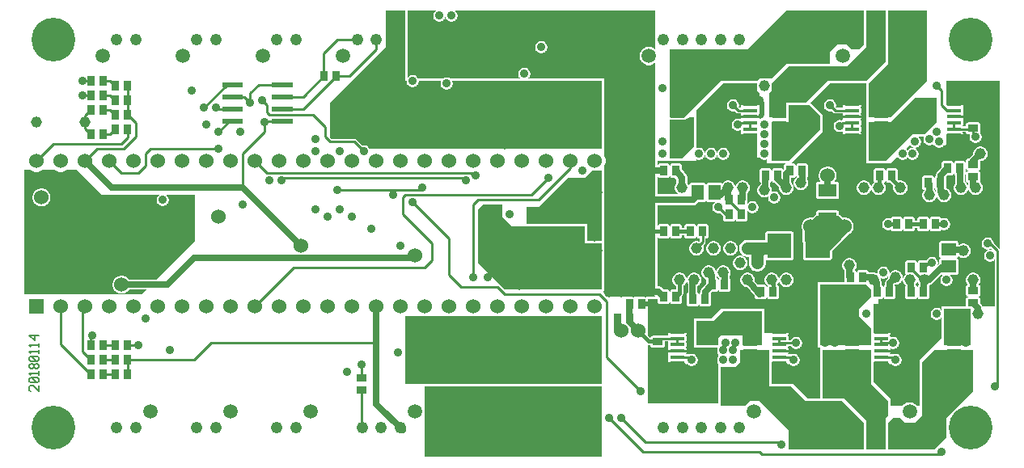
<source format=gbr>
G04 start of page 2 for group 0 idx 0 *
G04 Title: board, top *
G04 Creator: pcb 20140316 *
G04 CreationDate: Mon 15 Jan 2018 01:30:56 AM GMT UTC *
G04 For: brian *
G04 Format: Gerber/RS-274X *
G04 PCB-Dimensions (mil): 6000.00 5000.00 *
G04 PCB-Coordinate-Origin: lower left *
%MOIN*%
%FSLAX25Y25*%
%LNTOP*%
%ADD38C,0.0118*%
%ADD37C,0.0380*%
%ADD36C,0.0437*%
%ADD35C,0.1285*%
%ADD34C,0.0279*%
%ADD33C,0.0350*%
%ADD32C,0.0280*%
%ADD31C,0.0360*%
%ADD30C,0.0460*%
%ADD29R,0.0138X0.0138*%
%ADD28R,0.0559X0.0559*%
%ADD27R,0.0200X0.0200*%
%ADD26R,0.0512X0.0512*%
%ADD25R,0.0295X0.0295*%
%ADD24R,0.0787X0.0787*%
%ADD23C,0.0278*%
%ADD22C,0.0600*%
%ADD21C,0.0597*%
%ADD20C,0.1800*%
%ADD19C,0.0480*%
%ADD18C,0.0060*%
%ADD17C,0.0500*%
%ADD16C,0.0260*%
%ADD15C,0.0200*%
%ADD14C,0.0160*%
%ADD13C,0.0250*%
%ADD12C,0.0100*%
%ADD11C,0.0001*%
G54D11*G36*
X283000Y322000D02*X294492D01*
X294227Y321773D01*
X293971Y321474D01*
X293766Y321138D01*
X293615Y320775D01*
X293523Y320392D01*
X293492Y320000D01*
X293523Y319608D01*
X293615Y319225D01*
X293766Y318862D01*
X293971Y318526D01*
X294227Y318227D01*
X294526Y317971D01*
X294862Y317766D01*
X295225Y317615D01*
X295608Y317523D01*
X296000Y317492D01*
X296392Y317523D01*
X296775Y317615D01*
X297138Y317766D01*
X297474Y317971D01*
X297773Y318227D01*
X298029Y318526D01*
X298234Y318862D01*
X298385Y319225D01*
X298477Y319608D01*
X298497Y319944D01*
X298523Y319608D01*
X298615Y319225D01*
X298766Y318862D01*
X298971Y318526D01*
X299227Y318227D01*
X299526Y317971D01*
X299862Y317766D01*
X300225Y317615D01*
X300608Y317523D01*
X301000Y317492D01*
X301392Y317523D01*
X301775Y317615D01*
X302138Y317766D01*
X302474Y317971D01*
X302773Y318227D01*
X303029Y318526D01*
X303234Y318862D01*
X303385Y319225D01*
X303477Y319608D01*
X303500Y320000D01*
X303477Y320392D01*
X303385Y320775D01*
X303234Y321138D01*
X303029Y321474D01*
X302773Y321773D01*
X302508Y322000D01*
X304000D01*
Y319118D01*
X303991Y319000D01*
X304000Y318882D01*
Y307118D01*
X303991Y307000D01*
X304000Y306882D01*
Y297118D01*
X303991Y297000D01*
X304000Y296882D01*
Y294000D01*
X300508D01*
X300474Y294029D01*
X300138Y294234D01*
X299775Y294385D01*
X299392Y294477D01*
X299000Y294508D01*
X298608Y294477D01*
X298225Y294385D01*
X297862Y294234D01*
X297526Y294029D01*
X297492Y294000D01*
X287292D01*
X287234Y294138D01*
X287029Y294474D01*
X286773Y294773D01*
X286474Y295029D01*
X286138Y295234D01*
X285775Y295385D01*
X285392Y295477D01*
X285000Y295508D01*
X284608Y295477D01*
X284225Y295385D01*
X283862Y295234D01*
X283526Y295029D01*
X283227Y294773D01*
X283000Y294508D01*
Y322000D01*
G37*
G36*
X251000Y284000D02*X274000Y307000D01*
Y322000D01*
X282000D01*
Y293000D01*
X282492D01*
X282523Y292608D01*
X282615Y292225D01*
X282766Y291862D01*
X282971Y291526D01*
X283227Y291227D01*
X283526Y290971D01*
X283862Y290766D01*
X284225Y290615D01*
X284608Y290523D01*
X285000Y290492D01*
X285392Y290523D01*
X285775Y290615D01*
X286138Y290766D01*
X286474Y290971D01*
X286773Y291227D01*
X287029Y291526D01*
X287234Y291862D01*
X287385Y292225D01*
X287477Y292608D01*
X287500Y293000D01*
X296708D01*
X296615Y292775D01*
X296523Y292392D01*
X296492Y292000D01*
X296523Y291608D01*
X296615Y291225D01*
X296766Y290862D01*
X296971Y290526D01*
X297227Y290227D01*
X297526Y289971D01*
X297862Y289766D01*
X298225Y289615D01*
X298608Y289523D01*
X299000Y289492D01*
X299392Y289523D01*
X299775Y289615D01*
X300138Y289766D01*
X300474Y289971D01*
X300773Y290227D01*
X301029Y290526D01*
X301234Y290862D01*
X301385Y291225D01*
X301477Y291608D01*
X301500Y292000D01*
X301477Y292392D01*
X301385Y292775D01*
X301292Y293000D01*
X304000D01*
Y287118D01*
X303991Y287000D01*
X304000Y286882D01*
Y277118D01*
X303991Y277000D01*
X304000Y276882D01*
Y268118D01*
X303991Y268000D01*
X304000Y267882D01*
Y265000D01*
X267292D01*
X267234Y265138D01*
X267029Y265474D01*
X266773Y265773D01*
X266474Y266029D01*
X266138Y266234D01*
X265775Y266385D01*
X265392Y266477D01*
X265000Y266508D01*
X264608Y266477D01*
X264295Y266402D01*
X261882Y268815D01*
X261851Y268851D01*
X261708Y268974D01*
X261546Y269073D01*
X261372Y269145D01*
X261188Y269189D01*
X261188Y269189D01*
X261000Y269204D01*
X260953Y269200D01*
X251497D01*
X251000Y269697D01*
Y284000D01*
G37*
G36*
X131994Y255955D02*X132049Y255978D01*
X132575Y256300D01*
X137425D01*
X137951Y255978D01*
X138605Y255707D01*
X139294Y255542D01*
X140000Y255486D01*
X140706Y255542D01*
X141395Y255707D01*
X142049Y255978D01*
X142575Y256300D01*
X146600D01*
X156700Y246200D01*
X180805D01*
X180526Y246029D01*
X180227Y245773D01*
X179971Y245474D01*
X179766Y245138D01*
X179615Y244775D01*
X179523Y244392D01*
X179492Y244000D01*
X179523Y243608D01*
X179615Y243225D01*
X179766Y242862D01*
X179971Y242526D01*
X180227Y242227D01*
X180526Y241971D01*
X180862Y241766D01*
X181225Y241615D01*
X181608Y241523D01*
X182000Y241492D01*
X182392Y241523D01*
X182775Y241615D01*
X183138Y241766D01*
X183474Y241971D01*
X183773Y242227D01*
X184029Y242526D01*
X184234Y242862D01*
X184385Y243225D01*
X184477Y243608D01*
X184500Y244000D01*
X184477Y244392D01*
X184385Y244775D01*
X184234Y245138D01*
X184029Y245474D01*
X183773Y245773D01*
X183474Y246029D01*
X183195Y246200D01*
X195400D01*
Y227100D01*
X179250Y210950D01*
X168144D01*
X168003Y211182D01*
X167624Y211624D01*
X167182Y212003D01*
X166685Y212307D01*
X166147Y212530D01*
X165581Y212666D01*
X165000Y212711D01*
X164419Y212666D01*
X163853Y212530D01*
X163315Y212307D01*
X162818Y212003D01*
X162376Y211624D01*
X161997Y211182D01*
X161693Y210685D01*
X161470Y210147D01*
X161334Y209581D01*
X161289Y209000D01*
X161334Y208419D01*
X161470Y207853D01*
X161693Y207315D01*
X161997Y206818D01*
X162376Y206376D01*
X162818Y205997D01*
X163315Y205693D01*
X163853Y205470D01*
X164419Y205334D01*
X165000Y205289D01*
X165581Y205334D01*
X166147Y205470D01*
X166685Y205693D01*
X167182Y205997D01*
X167624Y206376D01*
X168003Y206818D01*
X168144Y207050D01*
X175350D01*
X173300Y205000D01*
X131994D01*
Y241289D01*
X132000Y241289D01*
X132581Y241334D01*
X133147Y241470D01*
X133685Y241693D01*
X134182Y241997D01*
X134624Y242376D01*
X135003Y242818D01*
X135307Y243315D01*
X135530Y243853D01*
X135666Y244419D01*
X135700Y245000D01*
X135666Y245581D01*
X135530Y246147D01*
X135307Y246685D01*
X135003Y247182D01*
X134624Y247624D01*
X134182Y248003D01*
X133685Y248307D01*
X133147Y248530D01*
X132581Y248666D01*
X132000Y248711D01*
X131994Y248711D01*
Y255955D01*
G37*
G36*
X125000Y256300D02*X127425D01*
X127951Y255978D01*
X128605Y255707D01*
X129294Y255542D01*
X130000Y255486D01*
X130706Y255542D01*
X131395Y255707D01*
X131994Y255955D01*
Y248711D01*
X131419Y248666D01*
X130853Y248530D01*
X130315Y248307D01*
X129818Y248003D01*
X129376Y247624D01*
X128997Y247182D01*
X128693Y246685D01*
X128470Y246147D01*
X128334Y245581D01*
X128289Y245000D01*
X128334Y244419D01*
X128470Y243853D01*
X128693Y243315D01*
X128997Y242818D01*
X129376Y242376D01*
X129818Y241997D01*
X130315Y241693D01*
X130853Y241470D01*
X131419Y241334D01*
X131994Y241289D01*
Y205000D01*
X125000D01*
Y256300D01*
G37*
G36*
X516000Y182000D02*Y165000D01*
X505000Y154000D01*
Y146000D01*
X500000Y141000D01*
X481000D01*
Y152000D01*
X483000Y154000D01*
X486000D01*
X488000Y152000D01*
X492000D01*
X495000Y155000D01*
Y177000D01*
X500000Y182000D01*
X516000D01*
G37*
G36*
X474000Y168000D02*X481000Y161000D01*
Y155000D01*
X480000Y154000D01*
Y141000D01*
X472000D01*
Y153000D01*
X463000Y162000D01*
X454000D01*
Y182000D01*
X474000D01*
Y168000D01*
G37*
G36*
X515000Y199000D02*Y184000D01*
X504000D01*
Y199000D01*
X515000D01*
G37*
G36*
X482000Y167000D02*X477000D01*
X475000Y169000D01*
Y177000D01*
X481000D01*
X482000Y176000D01*
Y167000D01*
G37*
G36*
Y199000D02*Y189000D01*
X475000D01*
Y199000D01*
X482000D01*
G37*
G36*
X432000Y182000D02*Y167000D01*
X441000D01*
X447000Y161000D01*
X440000Y149000D01*
X428000Y161000D01*
X424000D01*
X422000Y159000D01*
X412000D01*
Y175000D01*
X418000D01*
X420000Y177000D01*
Y182000D01*
X432000D01*
G37*
G36*
X398000Y199000D02*Y189000D01*
X390000D01*
Y199000D01*
X398000D01*
G37*
G36*
Y176000D02*Y167000D01*
X390000D01*
Y177000D01*
X397000D01*
X398000Y176000D01*
G37*
G36*
X440000Y199000D02*Y189000D01*
X430000D01*
Y199000D01*
X440000D01*
G37*
G36*
Y168000D02*X433000D01*
Y177000D01*
X439000D01*
X440000Y176000D01*
Y168000D01*
G37*
G36*
X429000Y198000D02*Y184000D01*
X421000D01*
Y188000D01*
X412000D01*
X411000Y187000D01*
Y184000D01*
X402000D01*
Y194000D01*
X409000D01*
X413000Y198000D01*
X429000D01*
G37*
G36*
X440000Y141000D02*Y161000D01*
X462000D01*
X471000Y152000D01*
Y141000D01*
X440000D01*
G37*
G36*
X390000Y188000D02*X383000D01*
Y194000D01*
X390000D01*
Y188000D01*
G37*
G36*
X474000Y184000D02*X453000D01*
Y209000D01*
X472000D01*
X474000Y207000D01*
Y204000D01*
X469000Y199000D01*
Y196000D01*
X474000Y191000D01*
Y184000D01*
G37*
G36*
X282000Y196000D02*X363000D01*
Y168000D01*
X282000D01*
Y196000D01*
G37*
G36*
X290000Y167000D02*X363000D01*
Y138000D01*
X290000D01*
Y167000D01*
G37*
G36*
X363000Y293000D02*Y265000D01*
X303000D01*
Y293000D01*
X363000D01*
G37*
G36*
X341000Y322000D02*X365000D01*
Y294000D01*
X341000D01*
Y322000D01*
G37*
G36*
X337996D02*X342000D01*
Y319118D01*
X341991Y319000D01*
X342000Y318882D01*
Y297118D01*
X341991Y297000D01*
X342000Y296882D01*
Y294000D01*
X337996D01*
Y304493D01*
X338000Y304492D01*
X338392Y304523D01*
X338775Y304615D01*
X339138Y304766D01*
X339474Y304971D01*
X339773Y305227D01*
X340029Y305526D01*
X340234Y305862D01*
X340385Y306225D01*
X340477Y306608D01*
X340500Y307000D01*
X340477Y307392D01*
X340385Y307775D01*
X340234Y308138D01*
X340029Y308474D01*
X339773Y308773D01*
X339474Y309029D01*
X339138Y309234D01*
X338775Y309385D01*
X338392Y309477D01*
X338000Y309508D01*
X337996Y309507D01*
Y322000D01*
G37*
G36*
X326000D02*X337996D01*
Y309507D01*
X337608Y309477D01*
X337225Y309385D01*
X336862Y309234D01*
X336526Y309029D01*
X336227Y308773D01*
X335971Y308474D01*
X335766Y308138D01*
X335615Y307775D01*
X335523Y307392D01*
X335492Y307000D01*
X335523Y306608D01*
X335615Y306225D01*
X335766Y305862D01*
X335971Y305526D01*
X336227Y305227D01*
X336526Y304971D01*
X336862Y304766D01*
X337225Y304615D01*
X337608Y304523D01*
X337996Y304493D01*
Y294000D01*
X332508D01*
X332773Y294227D01*
X333029Y294526D01*
X333234Y294862D01*
X333385Y295225D01*
X333477Y295608D01*
X333500Y296000D01*
X333477Y296392D01*
X333385Y296775D01*
X333234Y297138D01*
X333029Y297474D01*
X332773Y297773D01*
X332474Y298029D01*
X332138Y298234D01*
X331775Y298385D01*
X331392Y298477D01*
X331000Y298508D01*
X330608Y298477D01*
X330225Y298385D01*
X329862Y298234D01*
X329526Y298029D01*
X329227Y297773D01*
X328971Y297474D01*
X328766Y297138D01*
X328615Y296775D01*
X328523Y296392D01*
X328492Y296000D01*
X328523Y295608D01*
X328615Y295225D01*
X328766Y294862D01*
X328971Y294526D01*
X329227Y294227D01*
X329492Y294000D01*
X326000D01*
Y322000D01*
G37*
G36*
X304000D02*X327000D01*
Y294000D01*
X304000D01*
Y322000D01*
G37*
G36*
X363000Y256000D02*Y227000D01*
X357000D01*
Y234000D01*
X332000D01*
Y241000D01*
X337000D01*
X349000Y253000D01*
X356000D01*
X359000Y256000D01*
X363000D01*
G37*
G36*
X312000Y240000D02*X314000Y242000D01*
X322000D01*
Y237000D01*
X326000Y233000D01*
X356000D01*
Y226000D01*
X363000D01*
Y207000D01*
X323000D01*
X312000Y218000D01*
Y240000D01*
G37*
G36*
X472000Y322000D02*X480000D01*
Y301000D01*
X472000Y293000D01*
X456000D01*
X447000Y284000D01*
X439000D01*
Y278000D01*
X432000D01*
Y288000D01*
X433000Y289000D01*
Y292000D01*
X440000Y299000D01*
X464000D01*
X472000Y307000D01*
Y322000D01*
G37*
G36*
X481000D02*X497000D01*
Y293000D01*
X482000Y278000D01*
X473000D01*
Y292000D01*
X481000Y300000D01*
Y322000D01*
G37*
G36*
X470000Y292000D02*Y283000D01*
X462000D01*
Y292000D01*
X470000D01*
G37*
G36*
X439000Y300000D02*X433000Y294000D01*
X428000D01*
X427000Y293000D01*
X412000D01*
X397000Y278000D01*
X391000D01*
Y306000D01*
X423000D01*
X439000Y322000D01*
X471000D01*
Y308000D01*
X469000Y306000D01*
X466000D01*
X464000Y308000D01*
X460000D01*
X457000Y305000D01*
Y300000D01*
X439000D01*
G37*
G36*
X428000Y288000D02*Y283000D01*
X420000D01*
Y292000D01*
X427000D01*
Y289000D01*
X428000Y288000D01*
G37*
G36*
X420000Y261000D02*Y271000D01*
X427000D01*
Y261000D01*
X420000D01*
G37*
G36*
X433000Y276000D02*X440000D01*
Y283000D01*
X448600D01*
X453000Y278600D01*
Y273000D01*
X440000Y260000D01*
X433000D01*
Y276000D01*
G37*
G36*
X492000Y286000D02*X501000D01*
Y276000D01*
X496000Y271000D01*
X491000D01*
X480000Y260000D01*
X473000D01*
Y276000D01*
X482000D01*
X492000Y286000D01*
G37*
G36*
X512000Y276000D02*Y283000D01*
X505000D01*
Y293000D01*
X527000D01*
Y276000D01*
X512000D01*
G37*
G36*
X462000Y261000D02*Y271000D01*
X470000D01*
Y261000D01*
X462000D01*
G37*
G36*
X505000Y267000D02*Y271000D01*
X512000D01*
Y261000D01*
X504000D01*
Y266000D01*
X505000Y267000D01*
G37*
G36*
X515995Y262941D02*X516009Y262767D01*
X515995Y262753D01*
Y262941D01*
G37*
G36*
Y267710D02*X516225Y267615D01*
X516608Y267523D01*
X517000Y267492D01*
X517392Y267523D01*
X517775Y267615D01*
X518138Y267766D01*
X518474Y267971D01*
X518773Y268227D01*
X519029Y268526D01*
X519234Y268862D01*
X519385Y269225D01*
X519477Y269608D01*
X519500Y270000D01*
X519477Y270392D01*
X519385Y270775D01*
X519234Y271138D01*
X519029Y271474D01*
X518906Y271617D01*
X518922Y271655D01*
X518959Y271808D01*
X518968Y271965D01*
X518959Y275074D01*
X518922Y275227D01*
X518862Y275372D01*
X518780Y275507D01*
X518677Y275626D01*
X518558Y275729D01*
X518423Y275811D01*
X518278Y275871D01*
X518125Y275908D01*
X517968Y275917D01*
X515995Y275913D01*
Y276000D01*
X527000D01*
Y223665D01*
X526974Y223708D01*
X526851Y223851D01*
X526815Y223882D01*
X524488Y226209D01*
X524477Y226392D01*
X524385Y226775D01*
X524234Y227138D01*
X524029Y227474D01*
X523773Y227773D01*
X523474Y228029D01*
X523138Y228234D01*
X522775Y228385D01*
X522392Y228477D01*
X522000Y228508D01*
X521608Y228477D01*
X521225Y228385D01*
X520862Y228234D01*
X520526Y228029D01*
X520227Y227773D01*
X519971Y227474D01*
X519766Y227138D01*
X519615Y226775D01*
X519523Y226392D01*
X519492Y226000D01*
X519523Y225608D01*
X519615Y225225D01*
X519766Y224862D01*
X519971Y224526D01*
X520227Y224227D01*
X520526Y223971D01*
X520862Y223766D01*
X521225Y223615D01*
X521608Y223523D01*
X522000Y223492D01*
X522392Y223523D01*
X522775Y223615D01*
X523138Y223766D01*
X523386Y223917D01*
X524019Y223284D01*
X523775Y223385D01*
X523392Y223477D01*
X523000Y223508D01*
X522608Y223477D01*
X522225Y223385D01*
X521862Y223234D01*
X521526Y223029D01*
X521227Y222773D01*
X520971Y222474D01*
X520766Y222138D01*
X520615Y221775D01*
X520523Y221392D01*
X520492Y221000D01*
X520523Y220608D01*
X520615Y220225D01*
X520766Y219862D01*
X520971Y219526D01*
X521227Y219227D01*
X521526Y218971D01*
X521862Y218766D01*
X522225Y218615D01*
X522608Y218523D01*
X523000Y218492D01*
X523392Y218523D01*
X523775Y218615D01*
X524138Y218766D01*
X524474Y218971D01*
X524773Y219227D01*
X524800Y219258D01*
Y200000D01*
X519871D01*
X519860Y200045D01*
X519743Y200329D01*
X519582Y200591D01*
X519383Y200824D01*
X519325Y200874D01*
X518964Y201234D01*
X518959Y203074D01*
X518922Y203227D01*
X518862Y203372D01*
X518780Y203507D01*
X518677Y203626D01*
X518558Y203729D01*
X518423Y203811D01*
X518278Y203871D01*
X518125Y203908D01*
X517968Y203917D01*
X515995Y203913D01*
Y204087D01*
X518125Y204092D01*
X518278Y204129D01*
X518423Y204189D01*
X518558Y204271D01*
X518677Y204374D01*
X518780Y204493D01*
X518862Y204628D01*
X518922Y204773D01*
X518959Y204926D01*
X518968Y205083D01*
X518959Y208192D01*
X518922Y208345D01*
X518862Y208490D01*
X518780Y208625D01*
X518677Y208744D01*
X518558Y208847D01*
X518423Y208929D01*
X518278Y208989D01*
X518236Y208999D01*
X518435Y209231D01*
X518681Y209634D01*
X518862Y210070D01*
X518972Y210529D01*
X519000Y211000D01*
X518972Y211471D01*
X518862Y211930D01*
X518681Y212366D01*
X518435Y212769D01*
X518128Y213128D01*
X517769Y213435D01*
X517366Y213681D01*
X516930Y213862D01*
X516471Y213972D01*
X516000Y214009D01*
X515995Y214009D01*
Y246169D01*
X516070Y246138D01*
X516529Y246028D01*
X517000Y245991D01*
X517471Y246028D01*
X517930Y246138D01*
X518366Y246319D01*
X518769Y246565D01*
X519128Y246872D01*
X519435Y247231D01*
X519681Y247634D01*
X519862Y248070D01*
X519972Y248529D01*
X520000Y249000D01*
X519972Y249471D01*
X519862Y249930D01*
X519681Y250366D01*
X519435Y250769D01*
X519128Y251128D01*
X518800Y251408D01*
X518862Y251510D01*
X518922Y251655D01*
X518959Y251808D01*
X518968Y251965D01*
X518959Y255074D01*
X518922Y255227D01*
X518862Y255372D01*
X518780Y255507D01*
X518677Y255626D01*
X518558Y255729D01*
X518423Y255811D01*
X518278Y255871D01*
X518125Y255908D01*
X517968Y255917D01*
X515995Y255913D01*
Y256087D01*
X518125Y256092D01*
X518278Y256129D01*
X518423Y256189D01*
X518558Y256271D01*
X518677Y256374D01*
X518780Y256493D01*
X518862Y256628D01*
X518922Y256773D01*
X518959Y256926D01*
X518968Y257083D01*
X518959Y259994D01*
X519000Y259991D01*
X519471Y260028D01*
X519930Y260138D01*
X520366Y260319D01*
X520769Y260565D01*
X521128Y260872D01*
X521435Y261231D01*
X521681Y261634D01*
X521862Y262070D01*
X521972Y262529D01*
X522000Y263000D01*
X521972Y263471D01*
X521862Y263930D01*
X521681Y264366D01*
X521435Y264769D01*
X521128Y265128D01*
X520769Y265435D01*
X520366Y265681D01*
X519930Y265862D01*
X519471Y265972D01*
X519000Y266009D01*
X518529Y265972D01*
X518070Y265862D01*
X517634Y265681D01*
X517231Y265435D01*
X516872Y265128D01*
X516565Y264769D01*
X516319Y264366D01*
X516138Y263930D01*
X516028Y263471D01*
X515995Y263059D01*
Y267710D01*
G37*
G36*
Y275913D02*X513875Y275908D01*
X513722Y275871D01*
X513577Y275811D01*
X513442Y275729D01*
X513323Y275626D01*
X513220Y275507D01*
X513138Y275372D01*
X513078Y275227D01*
X513041Y275074D01*
X513032Y274917D01*
X513034Y274361D01*
X511655D01*
X511607Y274440D01*
X511606Y274440D01*
X511607Y274441D01*
X511689Y274576D01*
X511749Y274721D01*
X511786Y274874D01*
X511795Y275031D01*
X511789Y276000D01*
X515995D01*
Y275913D01*
G37*
G36*
X501441Y194535D02*X501775Y194615D01*
X502138Y194766D01*
X502474Y194971D01*
X502773Y195227D01*
X503000Y195492D01*
Y187000D01*
X501441Y185441D01*
Y194535D01*
G37*
G36*
Y265563D02*X501608Y265523D01*
X502000Y265492D01*
X502392Y265523D01*
X502775Y265615D01*
X503138Y265766D01*
X503474Y265971D01*
X503773Y266227D01*
X504029Y266526D01*
X504207Y266817D01*
X504214Y262081D01*
X504251Y261928D01*
X504311Y261782D01*
X504393Y261648D01*
X504495Y261528D01*
X504615Y261426D01*
X504749Y261344D01*
X504895Y261284D01*
X505048Y261247D01*
X505204Y261238D01*
X510952Y261247D01*
X511105Y261284D01*
X511251Y261344D01*
X511385Y261426D01*
X511505Y261528D01*
X511607Y261648D01*
X511689Y261782D01*
X511749Y261928D01*
X511786Y262081D01*
X511796Y262238D01*
X511786Y268889D01*
X511749Y269042D01*
X511689Y269188D01*
X511607Y269322D01*
X511606Y269323D01*
X511607Y269323D01*
X511689Y269458D01*
X511749Y269603D01*
X511786Y269756D01*
X511795Y269913D01*
X511786Y271448D01*
X511749Y271601D01*
X511689Y271746D01*
X511607Y271881D01*
X511606Y271882D01*
X511607Y271882D01*
X511655Y271961D01*
X513041D01*
X513041Y271808D01*
X513078Y271655D01*
X513138Y271510D01*
X513220Y271375D01*
X513323Y271256D01*
X513442Y271153D01*
X513577Y271071D01*
X513722Y271011D01*
X513875Y270974D01*
X514032Y270965D01*
X514694Y270967D01*
X514615Y270775D01*
X514523Y270392D01*
X514492Y270000D01*
X514523Y269608D01*
X514615Y269225D01*
X514766Y268862D01*
X514971Y268526D01*
X515227Y268227D01*
X515526Y267971D01*
X515862Y267766D01*
X515995Y267710D01*
Y263059D01*
X515991Y263000D01*
X515995Y262941D01*
Y262753D01*
X514675Y261433D01*
X514617Y261383D01*
X514418Y261150D01*
X514342Y261027D01*
X513875Y261026D01*
X513722Y260989D01*
X513577Y260929D01*
X513442Y260847D01*
X513323Y260744D01*
X513220Y260625D01*
X513138Y260490D01*
X513078Y260345D01*
X513041Y260192D01*
X513032Y260035D01*
X513041Y256926D01*
X513078Y256773D01*
X513138Y256628D01*
X513220Y256493D01*
X513323Y256374D01*
X513442Y256271D01*
X513577Y256189D01*
X513722Y256129D01*
X513875Y256092D01*
X514032Y256083D01*
X515995Y256087D01*
Y255913D01*
X513875Y255908D01*
X513722Y255871D01*
X513577Y255811D01*
X513442Y255729D01*
X513323Y255626D01*
X513220Y255507D01*
X513138Y255372D01*
X513078Y255227D01*
X513041Y255074D01*
X513032Y254917D01*
X513041Y251808D01*
X513078Y251655D01*
X513138Y251510D01*
X513220Y251375D01*
X513323Y251256D01*
X513442Y251153D01*
X513577Y251071D01*
X513722Y251011D01*
X513875Y250974D01*
X514032Y250965D01*
X514050Y250965D01*
Y250076D01*
X514044Y250000D01*
X514068Y249694D01*
Y249694D01*
X514075Y249666D01*
X514028Y249471D01*
X513996Y249067D01*
X513972Y249471D01*
X513862Y249930D01*
X513681Y250366D01*
X513435Y250769D01*
X513128Y251128D01*
X512769Y251435D01*
X512509Y251594D01*
Y254150D01*
X512625Y254220D01*
X512744Y254323D01*
X512847Y254442D01*
X512929Y254577D01*
X512989Y254722D01*
X513026Y254875D01*
X513035Y255032D01*
X513026Y259125D01*
X512989Y259278D01*
X512929Y259423D01*
X512847Y259558D01*
X512744Y259677D01*
X512625Y259780D01*
X512490Y259862D01*
X512345Y259922D01*
X512192Y259959D01*
X512035Y259968D01*
X508926Y259959D01*
X508773Y259922D01*
X508628Y259862D01*
X508493Y259780D01*
X508374Y259677D01*
X508271Y259558D01*
X508189Y259423D01*
X508129Y259278D01*
X508092Y259125D01*
X508083Y258968D01*
X508092Y254875D01*
X508129Y254722D01*
X508189Y254577D01*
X508271Y254442D01*
X508374Y254323D01*
X508493Y254220D01*
X508609Y254150D01*
Y250820D01*
X508565Y250769D01*
X508319Y250366D01*
X508138Y249930D01*
X508028Y249471D01*
X507991Y249000D01*
X508028Y248529D01*
X508138Y248070D01*
X508319Y247634D01*
X508565Y247231D01*
X508872Y246872D01*
X509231Y246565D01*
X509634Y246319D01*
X510070Y246138D01*
X510529Y246028D01*
X511000Y245991D01*
X511471Y246028D01*
X511930Y246138D01*
X512366Y246319D01*
X512769Y246565D01*
X513128Y246872D01*
X513435Y247231D01*
X513681Y247634D01*
X513862Y248070D01*
X513972Y248529D01*
X513996Y248933D01*
X514028Y248529D01*
X514138Y248070D01*
X514319Y247634D01*
X514565Y247231D01*
X514872Y246872D01*
X515231Y246565D01*
X515634Y246319D01*
X515995Y246169D01*
Y214009D01*
X515529Y213972D01*
X515070Y213862D01*
X514634Y213681D01*
X514231Y213435D01*
X513872Y213128D01*
X513565Y212769D01*
X513319Y212366D01*
X513138Y211930D01*
X513028Y211471D01*
X512991Y211000D01*
X513028Y210529D01*
X513138Y210070D01*
X513319Y209634D01*
X513565Y209231D01*
X513764Y208999D01*
X513722Y208989D01*
X513577Y208929D01*
X513442Y208847D01*
X513323Y208744D01*
X513220Y208625D01*
X513138Y208490D01*
X513078Y208345D01*
X513041Y208192D01*
X513032Y208035D01*
X513041Y204926D01*
X513078Y204773D01*
X513138Y204628D01*
X513220Y204493D01*
X513323Y204374D01*
X513442Y204271D01*
X513577Y204189D01*
X513722Y204129D01*
X513875Y204092D01*
X514032Y204083D01*
X515995Y204087D01*
Y203913D01*
X513875Y203908D01*
X513722Y203871D01*
X513577Y203811D01*
X513442Y203729D01*
X513323Y203626D01*
X513220Y203507D01*
X513138Y203372D01*
X513078Y203227D01*
X513041Y203074D01*
X513032Y202917D01*
X513041Y200000D01*
X503000D01*
Y198508D01*
X502773Y198773D01*
X502474Y199029D01*
X502138Y199234D01*
X501775Y199385D01*
X501441Y199465D01*
Y211683D01*
X502712Y212955D01*
X502738Y212944D01*
X502891Y212907D01*
X503048Y212898D01*
X503373Y212898D01*
X503227Y212773D01*
X502971Y212474D01*
X502766Y212138D01*
X502615Y211775D01*
X502523Y211392D01*
X502492Y211000D01*
X502523Y210608D01*
X502615Y210225D01*
X502766Y209862D01*
X502971Y209526D01*
X503227Y209227D01*
X503526Y208971D01*
X503862Y208766D01*
X504225Y208615D01*
X504608Y208523D01*
X505000Y208492D01*
X505392Y208523D01*
X505775Y208615D01*
X506138Y208766D01*
X506474Y208971D01*
X506773Y209227D01*
X507029Y209526D01*
X507234Y209862D01*
X507385Y210225D01*
X507477Y210608D01*
X507500Y211000D01*
X507477Y211392D01*
X507385Y211775D01*
X507234Y212138D01*
X507029Y212474D01*
X506773Y212773D01*
X506621Y212903D01*
X509109Y212907D01*
X509262Y212944D01*
X509407Y213004D01*
X509542Y213086D01*
X509661Y213189D01*
X509764Y213308D01*
X509846Y213443D01*
X509906Y213588D01*
X509943Y213741D01*
X509952Y213898D01*
X509943Y219173D01*
X509906Y219326D01*
X509846Y219471D01*
X509764Y219606D01*
X509661Y219725D01*
X509542Y219828D01*
X509407Y219910D01*
X509262Y219970D01*
X509137Y220000D01*
X509262Y220030D01*
X509407Y220090D01*
X509542Y220172D01*
X509661Y220275D01*
X509764Y220394D01*
X509846Y220529D01*
X509906Y220674D01*
X509940Y220814D01*
X510231Y220565D01*
X510634Y220319D01*
X511070Y220138D01*
X511529Y220028D01*
X512000Y219991D01*
X512471Y220028D01*
X512930Y220138D01*
X513366Y220319D01*
X513769Y220565D01*
X514128Y220872D01*
X514435Y221231D01*
X514681Y221634D01*
X514862Y222070D01*
X514972Y222529D01*
X515000Y223000D01*
X514972Y223471D01*
X514862Y223930D01*
X514681Y224366D01*
X514435Y224769D01*
X514128Y225128D01*
X513769Y225435D01*
X513366Y225681D01*
X512930Y225862D01*
X512471Y225972D01*
X512000Y226009D01*
X511529Y225972D01*
X511070Y225862D01*
X510634Y225681D01*
X510326Y225493D01*
X509944D01*
X509943Y226259D01*
X509906Y226412D01*
X509846Y226557D01*
X509764Y226692D01*
X509661Y226811D01*
X509542Y226914D01*
X509407Y226996D01*
X509262Y227056D01*
X509109Y227093D01*
X508952Y227102D01*
X502891Y227093D01*
X502738Y227056D01*
X502593Y226996D01*
X502458Y226914D01*
X502339Y226811D01*
X502236Y226692D01*
X502154Y226557D01*
X502094Y226412D01*
X502057Y226259D01*
X502048Y226102D01*
X502057Y220827D01*
X502094Y220674D01*
X502154Y220529D01*
X502236Y220394D01*
X502339Y220275D01*
X502458Y220172D01*
X502593Y220090D01*
X502738Y220030D01*
X502863Y220000D01*
X502738Y219970D01*
X502593Y219910D01*
X502458Y219828D01*
X502339Y219725D01*
X502236Y219606D01*
X502154Y219471D01*
X502094Y219326D01*
X502057Y219173D01*
X502048Y219016D01*
X502050Y217705D01*
X501850Y217582D01*
X501617Y217383D01*
X501567Y217325D01*
X501441Y217199D01*
Y217458D01*
X501477Y217608D01*
X501500Y218000D01*
X501477Y218392D01*
X501441Y218542D01*
Y231039D01*
X502192Y231041D01*
X502345Y231078D01*
X502490Y231138D01*
X502625Y231220D01*
X502744Y231323D01*
X502847Y231442D01*
X502929Y231577D01*
X502986Y231714D01*
X503225Y231615D01*
X503608Y231523D01*
X504000Y231492D01*
X504392Y231523D01*
X504775Y231615D01*
X505138Y231766D01*
X505474Y231971D01*
X505773Y232227D01*
X506029Y232526D01*
X506234Y232862D01*
X506385Y233225D01*
X506477Y233608D01*
X506500Y234000D01*
X506477Y234392D01*
X506385Y234775D01*
X506234Y235138D01*
X506029Y235474D01*
X505773Y235773D01*
X505474Y236029D01*
X505138Y236234D01*
X504775Y236385D01*
X504392Y236477D01*
X504000Y236508D01*
X503608Y236477D01*
X503225Y236385D01*
X502986Y236286D01*
X502929Y236423D01*
X502847Y236558D01*
X502744Y236677D01*
X502625Y236780D01*
X502490Y236862D01*
X502345Y236922D01*
X502192Y236959D01*
X502035Y236968D01*
X501441Y236966D01*
Y244434D01*
X501565Y244231D01*
X501872Y243872D01*
X502231Y243565D01*
X502634Y243319D01*
X503070Y243138D01*
X503529Y243028D01*
X504000Y242991D01*
X504471Y243028D01*
X504930Y243138D01*
X505366Y243319D01*
X505769Y243565D01*
X506128Y243872D01*
X506435Y244231D01*
X506681Y244634D01*
X506862Y245070D01*
X506972Y245529D01*
X507000Y246000D01*
X506972Y246471D01*
X506862Y246930D01*
X506681Y247366D01*
X506435Y247769D01*
X506128Y248128D01*
X505769Y248435D01*
X505366Y248681D01*
X505014Y248827D01*
X505026Y248875D01*
X505035Y249032D01*
X505026Y253125D01*
X504989Y253278D01*
X504929Y253423D01*
X504847Y253558D01*
X504805Y253606D01*
X505234Y254036D01*
X507074Y254041D01*
X507227Y254078D01*
X507372Y254138D01*
X507507Y254220D01*
X507626Y254323D01*
X507729Y254442D01*
X507811Y254577D01*
X507871Y254722D01*
X507908Y254875D01*
X507917Y255032D01*
X507908Y259125D01*
X507871Y259278D01*
X507811Y259423D01*
X507729Y259558D01*
X507626Y259677D01*
X507507Y259780D01*
X507372Y259862D01*
X507227Y259922D01*
X507074Y259959D01*
X506917Y259968D01*
X503808Y259959D01*
X503655Y259922D01*
X503510Y259862D01*
X503375Y259780D01*
X503256Y259677D01*
X503153Y259558D01*
X503071Y259423D01*
X503011Y259278D01*
X502974Y259125D01*
X502965Y258968D01*
X502969Y257286D01*
X501441Y255758D01*
Y265563D01*
G37*
G36*
Y217199D02*X501327Y217084D01*
X501385Y217225D01*
X501441Y217458D01*
Y217199D01*
G37*
G36*
Y199465D02*X501392Y199477D01*
X501000Y199508D01*
X500608Y199477D01*
X500225Y199385D01*
X499862Y199234D01*
X499526Y199029D01*
X499227Y198773D01*
X498971Y198474D01*
X498766Y198138D01*
X498615Y197775D01*
X498523Y197392D01*
X498492Y197000D01*
X498523Y196608D01*
X498615Y196225D01*
X498766Y195862D01*
X498971Y195526D01*
X499227Y195227D01*
X499526Y194971D01*
X499862Y194766D01*
X500225Y194615D01*
X500608Y194523D01*
X501000Y194492D01*
X501392Y194523D01*
X501441Y194535D01*
Y185441D01*
X494000Y178000D01*
Y159000D01*
X492787D01*
X492500Y159336D01*
Y203216D01*
X492507Y203220D01*
X492626Y203323D01*
X492729Y203442D01*
X492811Y203577D01*
X492871Y203722D01*
X492908Y203875D01*
X492917Y204032D01*
X492908Y208125D01*
X492871Y208278D01*
X492811Y208423D01*
X492729Y208558D01*
X492626Y208677D01*
X492507Y208780D01*
X492500Y208784D01*
Y209338D01*
X492681Y209634D01*
X492862Y210070D01*
X492972Y210529D01*
X492996Y210933D01*
X493028Y210529D01*
X493138Y210070D01*
X493319Y209634D01*
X493565Y209231D01*
X493609Y209180D01*
Y208850D01*
X493493Y208780D01*
X493374Y208677D01*
X493271Y208558D01*
X493189Y208423D01*
X493129Y208278D01*
X493092Y208125D01*
X493083Y207968D01*
X493092Y203875D01*
X493129Y203722D01*
X493189Y203577D01*
X493271Y203442D01*
X493374Y203323D01*
X493493Y203220D01*
X493628Y203138D01*
X493773Y203078D01*
X493926Y203041D01*
X494083Y203032D01*
X497192Y203041D01*
X497345Y203078D01*
X497490Y203138D01*
X497625Y203220D01*
X497744Y203323D01*
X497847Y203442D01*
X497929Y203577D01*
X497989Y203722D01*
X498026Y203875D01*
X498035Y204032D01*
X498026Y208125D01*
X497989Y208278D01*
X497929Y208423D01*
X497847Y208558D01*
X497810Y208601D01*
X498128Y208872D01*
X498294Y209067D01*
X498306Y209068D01*
X498306Y209068D01*
X498604Y209140D01*
X498888Y209257D01*
X499150Y209418D01*
X499383Y209617D01*
X499433Y209675D01*
X501441Y211683D01*
Y199465D01*
G37*
G36*
X492500Y260993D02*X492773Y261227D01*
X493029Y261526D01*
X493234Y261862D01*
X493385Y262225D01*
X493477Y262608D01*
X493500Y263000D01*
X493477Y263392D01*
X493385Y263775D01*
X493234Y264138D01*
X493029Y264474D01*
X492773Y264773D01*
X492500Y265007D01*
Y265549D01*
X492775Y265615D01*
X493138Y265766D01*
X493474Y265971D01*
X493773Y266227D01*
X494029Y266526D01*
X494234Y266862D01*
X494385Y267225D01*
X494477Y267608D01*
X494500Y268000D01*
X494477Y268392D01*
X494385Y268775D01*
X494234Y269138D01*
X494029Y269474D01*
X493773Y269773D01*
X493508Y270000D01*
X495708D01*
X495615Y269775D01*
X495523Y269392D01*
X495492Y269000D01*
X495523Y268608D01*
X495615Y268225D01*
X495766Y267862D01*
X495971Y267526D01*
X496227Y267227D01*
X496526Y266971D01*
X496862Y266766D01*
X497225Y266615D01*
X497608Y266523D01*
X498000Y266492D01*
X498392Y266523D01*
X498775Y266615D01*
X499138Y266766D01*
X499474Y266971D01*
X499656Y267127D01*
X499766Y266862D01*
X499971Y266526D01*
X500227Y266227D01*
X500526Y265971D01*
X500862Y265766D01*
X501225Y265615D01*
X501441Y265563D01*
Y255758D01*
X501234Y255551D01*
X501176Y255501D01*
X500977Y255268D01*
X500816Y255006D01*
X500699Y254723D01*
X500627Y254424D01*
X500627Y254423D01*
X500603Y254118D01*
X500609Y254042D01*
Y253850D01*
X500493Y253780D01*
X500374Y253677D01*
X500271Y253558D01*
X500189Y253423D01*
X500129Y253278D01*
X500092Y253125D01*
X500083Y252968D01*
X500092Y248875D01*
X500129Y248722D01*
X500189Y248577D01*
X500271Y248442D01*
X500374Y248323D01*
X500493Y248220D01*
X500609Y248150D01*
Y247517D01*
X500607Y247488D01*
X500435Y247769D01*
X500128Y248128D01*
X499950Y248280D01*
Y250365D01*
X499956Y250441D01*
X499932Y250747D01*
X499932Y250747D01*
X499913Y250826D01*
X499908Y253125D01*
X499871Y253278D01*
X499811Y253423D01*
X499729Y253558D01*
X499626Y253677D01*
X499507Y253780D01*
X499372Y253862D01*
X499227Y253922D01*
X499074Y253959D01*
X498917Y253968D01*
X495808Y253959D01*
X495655Y253922D01*
X495510Y253862D01*
X495375Y253780D01*
X495256Y253677D01*
X495153Y253558D01*
X495071Y253423D01*
X495011Y253278D01*
X494974Y253125D01*
X494965Y252968D01*
X494974Y248875D01*
X495011Y248722D01*
X495071Y248577D01*
X495153Y248442D01*
X495256Y248323D01*
X495375Y248220D01*
X495510Y248138D01*
X495655Y248078D01*
X495800Y248043D01*
X495565Y247769D01*
X495319Y247366D01*
X495138Y246930D01*
X495028Y246471D01*
X494991Y246000D01*
X495028Y245529D01*
X495138Y245070D01*
X495319Y244634D01*
X495565Y244231D01*
X495872Y243872D01*
X496231Y243565D01*
X496634Y243319D01*
X497070Y243138D01*
X497529Y243028D01*
X498000Y242991D01*
X498471Y243028D01*
X498930Y243138D01*
X499366Y243319D01*
X499769Y243565D01*
X500128Y243872D01*
X500435Y244231D01*
X500681Y244634D01*
X500862Y245070D01*
X500972Y245529D01*
X500996Y245933D01*
X501028Y245529D01*
X501138Y245070D01*
X501319Y244634D01*
X501441Y244434D01*
Y236966D01*
X498926Y236959D01*
X498773Y236922D01*
X498628Y236862D01*
X498493Y236780D01*
X498374Y236677D01*
X498271Y236558D01*
X498189Y236423D01*
X498129Y236278D01*
X498092Y236125D01*
X498083Y235968D01*
X498092Y231875D01*
X498129Y231722D01*
X498189Y231577D01*
X498271Y231442D01*
X498374Y231323D01*
X498493Y231220D01*
X498628Y231138D01*
X498773Y231078D01*
X498926Y231041D01*
X499083Y231032D01*
X501441Y231039D01*
Y218542D01*
X501385Y218775D01*
X501234Y219138D01*
X501029Y219474D01*
X500773Y219773D01*
X500474Y220029D01*
X500138Y220234D01*
X499775Y220385D01*
X499392Y220477D01*
X499000Y220508D01*
X498608Y220477D01*
X498225Y220385D01*
X497862Y220234D01*
X497526Y220029D01*
X497227Y219773D01*
X496971Y219474D01*
X496766Y219138D01*
X496695Y218967D01*
X493926Y218959D01*
X493773Y218922D01*
X493628Y218862D01*
X493493Y218780D01*
X493374Y218677D01*
X493271Y218558D01*
X493189Y218423D01*
X493129Y218278D01*
X493092Y218125D01*
X493083Y217968D01*
X493091Y214606D01*
X492915Y214782D01*
X492908Y218125D01*
X492871Y218278D01*
X492811Y218423D01*
X492729Y218558D01*
X492626Y218677D01*
X492507Y218780D01*
X492500Y218784D01*
Y232500D01*
X492973D01*
X492974Y231875D01*
X493011Y231722D01*
X493071Y231577D01*
X493153Y231442D01*
X493256Y231323D01*
X493375Y231220D01*
X493510Y231138D01*
X493655Y231078D01*
X493808Y231041D01*
X493965Y231032D01*
X497074Y231041D01*
X497227Y231078D01*
X497372Y231138D01*
X497507Y231220D01*
X497626Y231323D01*
X497729Y231442D01*
X497811Y231577D01*
X497871Y231722D01*
X497908Y231875D01*
X497917Y232032D01*
X497908Y236125D01*
X497871Y236278D01*
X497811Y236423D01*
X497729Y236558D01*
X497626Y236677D01*
X497507Y236780D01*
X497372Y236862D01*
X497227Y236922D01*
X497074Y236959D01*
X496917Y236968D01*
X493808Y236959D01*
X493655Y236922D01*
X493510Y236862D01*
X493375Y236780D01*
X493256Y236677D01*
X493153Y236558D01*
X493071Y236423D01*
X493011Y236278D01*
X492974Y236125D01*
X492965Y235968D01*
X492966Y235500D01*
X492500D01*
Y260993D01*
G37*
G36*
Y208784D02*X492391Y208850D01*
Y209180D01*
X492435Y209231D01*
X492500Y209338D01*
Y208784D01*
G37*
G36*
Y265007D02*X492474Y265029D01*
X492138Y265234D01*
X491775Y265385D01*
X491392Y265477D01*
X491000Y265508D01*
X490608Y265477D01*
X490225Y265385D01*
X489862Y265234D01*
X489526Y265029D01*
X489227Y264773D01*
X489000Y264508D01*
X488773Y264773D01*
X488474Y265029D01*
X488198Y265198D01*
X489802Y266802D01*
X489971Y266526D01*
X490227Y266227D01*
X490526Y265971D01*
X490862Y265766D01*
X491225Y265615D01*
X491608Y265523D01*
X492000Y265492D01*
X492392Y265523D01*
X492500Y265549D01*
Y265007D01*
G37*
G36*
X484542Y209045D02*X484930Y209138D01*
X485366Y209319D01*
X485769Y209565D01*
X486128Y209872D01*
X486435Y210231D01*
X486681Y210634D01*
X486862Y211070D01*
X486972Y211529D01*
X487000Y212000D01*
X486972Y212471D01*
X486862Y212930D01*
X486681Y213366D01*
X486435Y213769D01*
X486128Y214128D01*
X485769Y214435D01*
X485366Y214681D01*
X484930Y214862D01*
X484542Y214955D01*
Y231037D01*
X486074Y231041D01*
X486227Y231078D01*
X486372Y231138D01*
X486507Y231220D01*
X486626Y231323D01*
X486729Y231442D01*
X486811Y231577D01*
X486871Y231722D01*
X486908Y231875D01*
X486917Y232032D01*
X486908Y236125D01*
X486871Y236278D01*
X486811Y236423D01*
X486729Y236558D01*
X486626Y236677D01*
X486507Y236780D01*
X486372Y236862D01*
X486227Y236922D01*
X486074Y236959D01*
X485917Y236968D01*
X484542Y236964D01*
Y246375D01*
X484634Y246319D01*
X485070Y246138D01*
X485529Y246028D01*
X486000Y245991D01*
X486471Y246028D01*
X486930Y246138D01*
X487366Y246319D01*
X487769Y246565D01*
X488128Y246872D01*
X488435Y247231D01*
X488681Y247634D01*
X488862Y248070D01*
X488972Y248529D01*
X489000Y249000D01*
X488972Y249471D01*
X488862Y249930D01*
X488681Y250366D01*
X488435Y250769D01*
X488128Y251128D01*
X487769Y251435D01*
X487366Y251681D01*
X486930Y251862D01*
X486471Y251972D01*
X486000Y252009D01*
X485529Y251972D01*
X485223Y251899D01*
X485035Y252086D01*
X485026Y256125D01*
X484989Y256278D01*
X484929Y256423D01*
X484847Y256558D01*
X484744Y256677D01*
X484625Y256780D01*
X484542Y256830D01*
Y261542D01*
X484802Y261802D01*
X484971Y261526D01*
X485227Y261227D01*
X485526Y260971D01*
X485862Y260766D01*
X486225Y260615D01*
X486608Y260523D01*
X487000Y260492D01*
X487392Y260523D01*
X487775Y260615D01*
X488138Y260766D01*
X488474Y260971D01*
X488773Y261227D01*
X489000Y261492D01*
X489227Y261227D01*
X489526Y260971D01*
X489862Y260766D01*
X490225Y260615D01*
X490608Y260523D01*
X491000Y260492D01*
X491392Y260523D01*
X491775Y260615D01*
X492138Y260766D01*
X492474Y260971D01*
X492500Y260993D01*
Y235500D01*
X492027D01*
X492026Y236125D01*
X491989Y236278D01*
X491929Y236423D01*
X491847Y236558D01*
X491744Y236677D01*
X491625Y236780D01*
X491490Y236862D01*
X491345Y236922D01*
X491192Y236959D01*
X491035Y236968D01*
X487926Y236959D01*
X487773Y236922D01*
X487628Y236862D01*
X487493Y236780D01*
X487374Y236677D01*
X487271Y236558D01*
X487189Y236423D01*
X487129Y236278D01*
X487092Y236125D01*
X487083Y235968D01*
X487092Y231875D01*
X487129Y231722D01*
X487189Y231577D01*
X487271Y231442D01*
X487374Y231323D01*
X487493Y231220D01*
X487628Y231138D01*
X487773Y231078D01*
X487926Y231041D01*
X488083Y231032D01*
X491192Y231041D01*
X491345Y231078D01*
X491490Y231138D01*
X491625Y231220D01*
X491744Y231323D01*
X491847Y231442D01*
X491929Y231577D01*
X491989Y231722D01*
X492026Y231875D01*
X492035Y232032D01*
X492034Y232500D01*
X492500D01*
Y218784D01*
X492372Y218862D01*
X492227Y218922D01*
X492074Y218959D01*
X491917Y218968D01*
X488808Y218959D01*
X488655Y218922D01*
X488510Y218862D01*
X488375Y218780D01*
X488256Y218677D01*
X488153Y218558D01*
X488071Y218423D01*
X488011Y218278D01*
X487974Y218125D01*
X487965Y217968D01*
X487974Y213875D01*
X488011Y213722D01*
X488071Y213577D01*
X488153Y213442D01*
X488190Y213399D01*
X487872Y213128D01*
X487565Y212769D01*
X487319Y212366D01*
X487138Y211930D01*
X487028Y211471D01*
X486991Y211000D01*
X487028Y210529D01*
X487138Y210070D01*
X487319Y209634D01*
X487565Y209231D01*
X487872Y208872D01*
X488190Y208601D01*
X488153Y208558D01*
X488071Y208423D01*
X488011Y208278D01*
X487974Y208125D01*
X487965Y207968D01*
X487974Y203875D01*
X488011Y203722D01*
X488071Y203577D01*
X488153Y203442D01*
X488256Y203323D01*
X488375Y203220D01*
X488510Y203138D01*
X488655Y203078D01*
X488808Y203041D01*
X488965Y203032D01*
X492074Y203041D01*
X492227Y203078D01*
X492372Y203138D01*
X492500Y203216D01*
Y159336D01*
X492465Y159378D01*
X492012Y159765D01*
X491504Y160076D01*
X490953Y160304D01*
X490374Y160443D01*
X489780Y160490D01*
X489186Y160443D01*
X488607Y160304D01*
X488056Y160076D01*
X487548Y159765D01*
X487095Y159378D01*
X486773Y159000D01*
X484542D01*
Y175559D01*
X484775Y175615D01*
X485138Y175766D01*
X485474Y175971D01*
X485773Y176227D01*
X486029Y176526D01*
X486234Y176862D01*
X486385Y177225D01*
X486477Y177608D01*
X486500Y178000D01*
X486477Y178392D01*
X486385Y178775D01*
X486234Y179138D01*
X486029Y179474D01*
X485773Y179773D01*
X485474Y180029D01*
X485138Y180234D01*
X484775Y180385D01*
X484542Y180441D01*
Y183029D01*
X484773Y183227D01*
X485029Y183526D01*
X485234Y183862D01*
X485385Y184225D01*
X485477Y184608D01*
X485500Y185000D01*
X485477Y185392D01*
X485385Y185775D01*
X485234Y186138D01*
X485029Y186474D01*
X484773Y186773D01*
X484542Y186971D01*
Y209045D01*
G37*
G36*
Y180441D02*X484392Y180477D01*
X484000Y180508D01*
X483608Y180477D01*
X483225Y180385D01*
X483099Y180333D01*
X483027Y180350D01*
X482839Y180365D01*
X482792Y180361D01*
X481655D01*
X481607Y180440D01*
X481606Y180440D01*
X481607Y180441D01*
X481689Y180576D01*
X481749Y180721D01*
X481786Y180874D01*
X481795Y181031D01*
X481786Y182566D01*
X481749Y182719D01*
X481689Y182864D01*
X481682Y182876D01*
X481862Y182766D01*
X482225Y182615D01*
X482608Y182523D01*
X483000Y182492D01*
X483392Y182523D01*
X483775Y182615D01*
X484138Y182766D01*
X484474Y182971D01*
X484542Y183029D01*
Y180441D01*
G37*
G36*
Y159000D02*X482000D01*
Y162000D01*
X476760Y167240D01*
X480952Y167247D01*
X481105Y167284D01*
X481251Y167344D01*
X481385Y167426D01*
X481505Y167528D01*
X481607Y167648D01*
X481689Y167782D01*
X481749Y167928D01*
X481786Y168081D01*
X481796Y168238D01*
X481786Y174889D01*
X481749Y175042D01*
X481689Y175188D01*
X481607Y175322D01*
X481606Y175323D01*
X481607Y175323D01*
X481689Y175458D01*
X481749Y175603D01*
X481786Y175756D01*
X481795Y175913D01*
X481790Y176823D01*
X481971Y176526D01*
X482227Y176227D01*
X482526Y175971D01*
X482862Y175766D01*
X483225Y175615D01*
X483608Y175523D01*
X484000Y175492D01*
X484392Y175523D01*
X484542Y175559D01*
Y159000D01*
G37*
G36*
Y214955D02*X484471Y214972D01*
X484000Y215009D01*
X483529Y214972D01*
X483070Y214862D01*
X482634Y214681D01*
X482231Y214435D01*
X481872Y214128D01*
X481565Y213769D01*
X481478Y213626D01*
X481500Y214000D01*
X481477Y214392D01*
X481385Y214775D01*
X481234Y215138D01*
X481029Y215474D01*
X480773Y215773D01*
X480474Y216029D01*
X480138Y216234D01*
X479775Y216385D01*
X479392Y216477D01*
X479000Y216508D01*
X478608Y216477D01*
X478225Y216385D01*
X477862Y216234D01*
X477526Y216029D01*
X477227Y215773D01*
X476971Y215474D01*
X476766Y215138D01*
X476615Y214775D01*
X476523Y214392D01*
X476492Y214000D01*
X476523Y213608D01*
X476530Y213581D01*
X476366Y213681D01*
X475930Y213862D01*
X475471Y213972D01*
X475000Y214009D01*
X474529Y213972D01*
X474334Y213925D01*
X474306Y213932D01*
X474306Y213932D01*
X474000Y213956D01*
X473995Y213956D01*
Y248922D01*
X473996Y248933D01*
X474028Y248529D01*
X474138Y248070D01*
X474319Y247634D01*
X474565Y247231D01*
X474872Y246872D01*
X475231Y246565D01*
X475634Y246319D01*
X476070Y246138D01*
X476529Y246028D01*
X477000Y245991D01*
X477471Y246028D01*
X477930Y246138D01*
X478366Y246319D01*
X478769Y246565D01*
X479128Y246872D01*
X479435Y247231D01*
X479681Y247634D01*
X479862Y248070D01*
X479972Y248529D01*
X480000Y249000D01*
X479972Y249471D01*
X479862Y249930D01*
X479681Y250366D01*
X479435Y250769D01*
X479180Y251067D01*
X479227Y251078D01*
X479372Y251138D01*
X479507Y251220D01*
X479626Y251323D01*
X479729Y251442D01*
X479811Y251577D01*
X479871Y251722D01*
X479908Y251875D01*
X479917Y252032D01*
X479908Y256125D01*
X479871Y256278D01*
X479811Y256423D01*
X479729Y256558D01*
X479626Y256677D01*
X479507Y256780D01*
X479372Y256862D01*
X479227Y256922D01*
X479074Y256959D01*
X478917Y256968D01*
X475808Y256959D01*
X475655Y256922D01*
X475510Y256862D01*
X475375Y256780D01*
X475256Y256677D01*
X475153Y256558D01*
X475071Y256423D01*
X475011Y256278D01*
X474974Y256125D01*
X474965Y255968D01*
X474974Y251875D01*
X475011Y251722D01*
X475071Y251577D01*
X475153Y251442D01*
X475190Y251399D01*
X474872Y251128D01*
X474565Y250769D01*
X474319Y250366D01*
X474138Y249930D01*
X474028Y249471D01*
X473996Y249067D01*
X473995Y249078D01*
Y259000D01*
X482000D01*
X484542Y261542D01*
Y256830D01*
X484490Y256862D01*
X484345Y256922D01*
X484192Y256959D01*
X484035Y256968D01*
X480926Y256959D01*
X480773Y256922D01*
X480628Y256862D01*
X480493Y256780D01*
X480374Y256677D01*
X480271Y256558D01*
X480189Y256423D01*
X480129Y256278D01*
X480092Y256125D01*
X480083Y255968D01*
X480092Y251875D01*
X480129Y251722D01*
X480189Y251577D01*
X480271Y251442D01*
X480374Y251323D01*
X480493Y251220D01*
X480628Y251138D01*
X480773Y251078D01*
X480926Y251041D01*
X481083Y251032D01*
X481844Y251034D01*
X483101Y249777D01*
X483028Y249471D01*
X482991Y249000D01*
X483028Y248529D01*
X483138Y248070D01*
X483319Y247634D01*
X483565Y247231D01*
X483872Y246872D01*
X484231Y246565D01*
X484542Y246375D01*
Y236964D01*
X482808Y236959D01*
X482655Y236922D01*
X482510Y236862D01*
X482375Y236780D01*
X482256Y236677D01*
X482153Y236558D01*
X482071Y236423D01*
X482014Y236286D01*
X481775Y236385D01*
X481392Y236477D01*
X481000Y236508D01*
X480608Y236477D01*
X480225Y236385D01*
X479862Y236234D01*
X479526Y236029D01*
X479227Y235773D01*
X478971Y235474D01*
X478766Y235138D01*
X478615Y234775D01*
X478523Y234392D01*
X478492Y234000D01*
X478523Y233608D01*
X478615Y233225D01*
X478766Y232862D01*
X478971Y232526D01*
X479227Y232227D01*
X479526Y231971D01*
X479862Y231766D01*
X480225Y231615D01*
X480608Y231523D01*
X481000Y231492D01*
X481392Y231523D01*
X481775Y231615D01*
X482014Y231714D01*
X482071Y231577D01*
X482153Y231442D01*
X482256Y231323D01*
X482375Y231220D01*
X482510Y231138D01*
X482655Y231078D01*
X482808Y231041D01*
X482965Y231032D01*
X484542Y231037D01*
Y214955D01*
G37*
G36*
X456000Y291000D02*X457000Y292000D01*
X462233D01*
X462214Y291919D01*
X462204Y291763D01*
X462214Y285111D01*
X462251Y284958D01*
X462311Y284812D01*
X462393Y284678D01*
X462394Y284677D01*
X462393Y284677D01*
X462311Y284542D01*
X462251Y284397D01*
X462214Y284244D01*
X462205Y284087D01*
X462214Y282552D01*
X462251Y282399D01*
X462311Y282254D01*
X462393Y282119D01*
X462394Y282119D01*
X462393Y282118D01*
X462345Y282039D01*
X459658D01*
X459402Y282295D01*
X459477Y282608D01*
X459500Y283000D01*
X459477Y283392D01*
X459385Y283775D01*
X459234Y284138D01*
X459029Y284474D01*
X458773Y284773D01*
X458474Y285029D01*
X458138Y285234D01*
X457775Y285385D01*
X457392Y285477D01*
X457000Y285508D01*
X456608Y285477D01*
X456225Y285385D01*
X456000Y285292D01*
Y291000D01*
G37*
G36*
X473995Y213956D02*X473924Y213950D01*
X473026D01*
X473026Y214125D01*
X472989Y214278D01*
X472929Y214423D01*
X472847Y214558D01*
X472744Y214677D01*
X472625Y214780D01*
X472490Y214862D01*
X472345Y214922D01*
X472192Y214959D01*
X472035Y214968D01*
X468926Y214959D01*
X468773Y214922D01*
X468628Y214862D01*
X468493Y214780D01*
X468374Y214677D01*
X468271Y214558D01*
X468189Y214423D01*
X468129Y214278D01*
X468092Y214125D01*
X468083Y213968D01*
X468092Y210000D01*
X467915D01*
X467917Y210032D01*
X467908Y214125D01*
X467871Y214278D01*
X467811Y214423D01*
X467729Y214558D01*
X467626Y214677D01*
X467507Y214780D01*
X467372Y214862D01*
X467227Y214922D01*
X467180Y214933D01*
X467435Y215231D01*
X467681Y215634D01*
X467862Y216070D01*
X467972Y216529D01*
X468000Y217000D01*
X467972Y217471D01*
X467862Y217930D01*
X467681Y218366D01*
X467435Y218769D01*
X467128Y219128D01*
X466769Y219435D01*
X466366Y219681D01*
X465930Y219862D01*
X465471Y219972D01*
X465000Y220009D01*
X464529Y219972D01*
X464070Y219862D01*
X463634Y219681D01*
X463231Y219435D01*
X462872Y219128D01*
X462565Y218769D01*
X462319Y218366D01*
X462138Y217930D01*
X462028Y217471D01*
X461991Y217000D01*
X462028Y216529D01*
X462138Y216070D01*
X462319Y215634D01*
X462565Y215231D01*
X462872Y214872D01*
X463050Y214720D01*
Y214372D01*
X463011Y214278D01*
X462974Y214125D01*
X462965Y213968D01*
X462974Y210000D01*
X456000D01*
Y219058D01*
X456957Y219059D01*
X457110Y219096D01*
X457255Y219156D01*
X457390Y219238D01*
X457509Y219341D01*
X457612Y219460D01*
X457694Y219595D01*
X457754Y219740D01*
X457791Y219893D01*
X457800Y220050D01*
X457797Y222848D01*
X461378Y226428D01*
X461483Y226517D01*
X461572Y226622D01*
X464613Y229663D01*
X464685Y229693D01*
X465182Y229997D01*
X465624Y230376D01*
X466003Y230818D01*
X466307Y231315D01*
X466530Y231853D01*
X466666Y232419D01*
X466700Y233000D01*
X466666Y233581D01*
X466530Y234147D01*
X466307Y234685D01*
X466003Y235182D01*
X465624Y235624D01*
X465182Y236003D01*
X464685Y236307D01*
X464147Y236530D01*
X463581Y236666D01*
X463000Y236711D01*
X462419Y236666D01*
X462155Y236602D01*
X461433Y237325D01*
X461383Y237383D01*
X461150Y237582D01*
X460888Y237743D01*
X460732Y237807D01*
X460731Y238811D01*
X460694Y238964D01*
X460634Y239109D01*
X460552Y239244D01*
X460449Y239363D01*
X460330Y239466D01*
X460195Y239548D01*
X460050Y239608D01*
X459897Y239645D01*
X459740Y239654D01*
X456000Y239649D01*
Y244351D01*
X459897Y244355D01*
X460050Y244392D01*
X460195Y244452D01*
X460330Y244534D01*
X460449Y244637D01*
X460552Y244756D01*
X460634Y244891D01*
X460694Y245036D01*
X460731Y245189D01*
X460740Y245346D01*
X460731Y250621D01*
X460694Y250774D01*
X460634Y250919D01*
X460552Y251054D01*
X460449Y251173D01*
X460330Y251276D01*
X460195Y251358D01*
X460050Y251418D01*
X459897Y251455D01*
X459740Y251464D01*
X458699Y251463D01*
X459003Y251818D01*
X459307Y252315D01*
X459530Y252853D01*
X459666Y253419D01*
X459700Y254000D01*
X459666Y254581D01*
X459530Y255147D01*
X459307Y255685D01*
X459003Y256182D01*
X458624Y256624D01*
X458182Y257003D01*
X457685Y257307D01*
X457147Y257530D01*
X456581Y257666D01*
X456000Y257711D01*
Y280708D01*
X456225Y280615D01*
X456608Y280523D01*
X457000Y280492D01*
X457392Y280523D01*
X457705Y280598D01*
X458279Y280024D01*
X458310Y279988D01*
X458453Y279865D01*
X458454Y279865D01*
X458615Y279766D01*
X458789Y279694D01*
X458973Y279650D01*
X459161Y279635D01*
X459208Y279639D01*
X462345D01*
X462393Y279560D01*
X462394Y279560D01*
X462393Y279559D01*
X462311Y279424D01*
X462251Y279279D01*
X462214Y279126D01*
X462205Y278969D01*
X462214Y277434D01*
X462251Y277281D01*
X462311Y277136D01*
X462393Y277001D01*
X462395Y277000D01*
X462393Y276999D01*
X462345Y276920D01*
X462326D01*
X462279Y276924D01*
X462091Y276909D01*
X462091Y276909D01*
X462091D01*
X462061Y276902D01*
X461907Y276865D01*
X461907Y276865D01*
X461907Y276865D01*
X461855Y276843D01*
X461794Y276818D01*
X461775Y276826D01*
X461392Y276918D01*
X461000Y276949D01*
X460608Y276918D01*
X460225Y276826D01*
X459862Y276675D01*
X459526Y276470D01*
X459227Y276214D01*
X458971Y275915D01*
X458766Y275579D01*
X458615Y275216D01*
X458523Y274833D01*
X458492Y274441D01*
X458523Y274049D01*
X458615Y273666D01*
X458766Y273302D01*
X458971Y272967D01*
X459227Y272668D01*
X459526Y272412D01*
X459862Y272207D01*
X460225Y272056D01*
X460608Y271964D01*
X461000Y271933D01*
X461392Y271964D01*
X461775Y272056D01*
X462138Y272207D01*
X462227Y272261D01*
X462251Y272162D01*
X462311Y272017D01*
X462393Y271882D01*
X462394Y271882D01*
X462393Y271881D01*
X462311Y271746D01*
X462251Y271601D01*
X462214Y271448D01*
X462205Y271291D01*
X462214Y269756D01*
X462251Y269603D01*
X462311Y269458D01*
X462393Y269323D01*
X462394Y269323D01*
X462393Y269322D01*
X462311Y269188D01*
X462251Y269042D01*
X462214Y268889D01*
X462204Y268733D01*
X462214Y262081D01*
X462251Y261928D01*
X462311Y261782D01*
X462393Y261648D01*
X462495Y261528D01*
X462615Y261426D01*
X462749Y261344D01*
X462895Y261284D01*
X463048Y261247D01*
X463204Y261238D01*
X468952Y261247D01*
X469105Y261284D01*
X469251Y261344D01*
X469385Y261426D01*
X469505Y261528D01*
X469607Y261648D01*
X469689Y261782D01*
X469749Y261928D01*
X469786Y262081D01*
X469796Y262238D01*
X469786Y268889D01*
X469749Y269042D01*
X469689Y269188D01*
X469607Y269322D01*
X469606Y269323D01*
X469607Y269323D01*
X469689Y269458D01*
X469749Y269603D01*
X469786Y269756D01*
X469795Y269913D01*
X469786Y271448D01*
X469749Y271601D01*
X469689Y271746D01*
X469607Y271881D01*
X469606Y271882D01*
X469607Y271882D01*
X469689Y272017D01*
X469749Y272162D01*
X469786Y272315D01*
X469795Y272472D01*
X469786Y274007D01*
X469749Y274160D01*
X469689Y274305D01*
X469607Y274440D01*
X469606Y274440D01*
X469607Y274441D01*
X469689Y274576D01*
X469749Y274721D01*
X469786Y274874D01*
X469795Y275031D01*
X469786Y276566D01*
X469749Y276719D01*
X469689Y276864D01*
X469607Y276999D01*
X469605Y277000D01*
X469607Y277001D01*
X469689Y277136D01*
X469749Y277281D01*
X469786Y277434D01*
X469795Y277591D01*
X469786Y279126D01*
X469749Y279279D01*
X469689Y279424D01*
X469607Y279559D01*
X469606Y279560D01*
X469607Y279560D01*
X469689Y279695D01*
X469749Y279840D01*
X469786Y279993D01*
X469795Y280150D01*
X469786Y281685D01*
X469749Y281838D01*
X469689Y281983D01*
X469607Y282118D01*
X469606Y282118D01*
X469607Y282119D01*
X469689Y282254D01*
X469749Y282399D01*
X469786Y282552D01*
X469795Y282709D01*
X469786Y284244D01*
X469749Y284397D01*
X469689Y284542D01*
X469607Y284677D01*
X469606Y284677D01*
X469607Y284678D01*
X469689Y284812D01*
X469749Y284958D01*
X469786Y285111D01*
X469796Y285267D01*
X469786Y291919D01*
X469767Y292000D01*
X472000D01*
Y259000D01*
X473995D01*
Y249078D01*
X473972Y249471D01*
X473862Y249930D01*
X473681Y250366D01*
X473435Y250769D01*
X473128Y251128D01*
X472769Y251435D01*
X472366Y251681D01*
X471930Y251862D01*
X471471Y251972D01*
X471000Y252009D01*
X470529Y251972D01*
X470070Y251862D01*
X469634Y251681D01*
X469231Y251435D01*
X468872Y251128D01*
X468565Y250769D01*
X468319Y250366D01*
X468138Y249930D01*
X468028Y249471D01*
X467991Y249000D01*
X468028Y248529D01*
X468138Y248070D01*
X468319Y247634D01*
X468565Y247231D01*
X468872Y246872D01*
X469231Y246565D01*
X469634Y246319D01*
X470070Y246138D01*
X470529Y246028D01*
X471000Y245991D01*
X471471Y246028D01*
X471930Y246138D01*
X472366Y246319D01*
X472769Y246565D01*
X473128Y246872D01*
X473435Y247231D01*
X473681Y247634D01*
X473862Y248070D01*
X473972Y248529D01*
X473995Y248922D01*
Y213956D01*
G37*
G36*
X456000Y210000D02*X452000D01*
Y183000D01*
X453000D01*
Y162000D01*
X448000D01*
X445013Y164987D01*
Y183507D01*
X445029Y183526D01*
X445234Y183862D01*
X445385Y184225D01*
X445477Y184608D01*
X445500Y185000D01*
X445477Y185392D01*
X445385Y185775D01*
X445234Y186138D01*
X445029Y186474D01*
X445013Y186493D01*
Y247992D01*
X445471Y248028D01*
X445930Y248138D01*
X446366Y248319D01*
X446769Y248565D01*
X447128Y248872D01*
X447435Y249231D01*
X447681Y249634D01*
X447862Y250070D01*
X447972Y250529D01*
X448000Y251000D01*
X447972Y251471D01*
X447862Y251930D01*
X447681Y252366D01*
X447509Y252647D01*
Y253150D01*
X447625Y253220D01*
X447744Y253323D01*
X447847Y253442D01*
X447929Y253577D01*
X447989Y253722D01*
X448026Y253875D01*
X448035Y254032D01*
X448026Y258125D01*
X447989Y258278D01*
X447929Y258423D01*
X447847Y258558D01*
X447744Y258677D01*
X447625Y258780D01*
X447490Y258862D01*
X447345Y258922D01*
X447192Y258959D01*
X447035Y258968D01*
X445013Y258962D01*
Y263013D01*
X454000Y272000D01*
Y279000D01*
X449000Y284000D01*
X456000Y291000D01*
Y285292D01*
X455862Y285234D01*
X455526Y285029D01*
X455227Y284773D01*
X454971Y284474D01*
X454766Y284138D01*
X454615Y283775D01*
X454523Y283392D01*
X454492Y283000D01*
X454523Y282608D01*
X454615Y282225D01*
X454766Y281862D01*
X454971Y281526D01*
X455227Y281227D01*
X455526Y280971D01*
X455862Y280766D01*
X456000Y280708D01*
Y257711D01*
X455419Y257666D01*
X454853Y257530D01*
X454315Y257307D01*
X453818Y257003D01*
X453376Y256624D01*
X452997Y256182D01*
X452693Y255685D01*
X452470Y255147D01*
X452334Y254581D01*
X452289Y254000D01*
X452334Y253419D01*
X452470Y252853D01*
X452693Y252315D01*
X452997Y251818D01*
X453307Y251456D01*
X452103Y251455D01*
X451950Y251418D01*
X451805Y251358D01*
X451670Y251276D01*
X451551Y251173D01*
X451448Y251054D01*
X451366Y250919D01*
X451306Y250774D01*
X451269Y250621D01*
X451260Y250464D01*
X451269Y245189D01*
X451306Y245036D01*
X451366Y244891D01*
X451448Y244756D01*
X451551Y244637D01*
X451670Y244534D01*
X451805Y244452D01*
X451950Y244392D01*
X452103Y244355D01*
X452260Y244346D01*
X456000Y244351D01*
Y239649D01*
X452103Y239645D01*
X451950Y239608D01*
X451805Y239548D01*
X451670Y239466D01*
X451551Y239363D01*
X451448Y239244D01*
X451366Y239109D01*
X451306Y238964D01*
X451269Y238811D01*
X451260Y238654D01*
X451261Y237805D01*
X451112Y237743D01*
X450850Y237582D01*
X450850Y237582D01*
X450617Y237383D01*
X450567Y237325D01*
X449845Y236602D01*
X449581Y236666D01*
X449000Y236711D01*
X448419Y236666D01*
X447853Y236530D01*
X447315Y236307D01*
X446818Y236003D01*
X446376Y235624D01*
X445997Y235182D01*
X445693Y234685D01*
X445470Y234147D01*
X445334Y233581D01*
X445289Y233000D01*
X445334Y232419D01*
X445470Y231853D01*
X445500Y231781D01*
Y229137D01*
X445489Y229000D01*
X445500Y228863D01*
Y227987D01*
X445489Y227850D01*
X445532Y227301D01*
Y227301D01*
X445661Y226765D01*
X445872Y226256D01*
X445903Y226205D01*
X445909Y219893D01*
X445946Y219740D01*
X446006Y219595D01*
X446088Y219460D01*
X446191Y219341D01*
X446310Y219238D01*
X446445Y219156D01*
X446590Y219096D01*
X446743Y219059D01*
X446900Y219050D01*
X456000Y219058D01*
Y210000D01*
G37*
G36*
X445013Y186493D02*X444773Y186773D01*
X444474Y187029D01*
X444138Y187234D01*
X443775Y187385D01*
X443392Y187477D01*
X443000Y187508D01*
X442608Y187477D01*
X442225Y187385D01*
X441862Y187234D01*
X441526Y187029D01*
X441227Y186773D01*
X440971Y186474D01*
X440803Y186200D01*
X439795D01*
X439786Y187685D01*
X439749Y187838D01*
X439689Y187983D01*
X439607Y188118D01*
X439606Y188118D01*
X439607Y188119D01*
X439689Y188254D01*
X439749Y188399D01*
X439786Y188552D01*
X439795Y188709D01*
X439786Y190244D01*
X439749Y190397D01*
X439689Y190542D01*
X439607Y190677D01*
X439606Y190677D01*
X439607Y190678D01*
X439689Y190812D01*
X439749Y190958D01*
X439786Y191111D01*
X439796Y191267D01*
X439786Y197919D01*
X439749Y198072D01*
X439689Y198218D01*
X439607Y198352D01*
X439505Y198472D01*
X439385Y198574D01*
X439251Y198656D01*
X439105Y198716D01*
X438952Y198753D01*
X438796Y198763D01*
X438000Y198761D01*
Y208167D01*
X438070Y208138D01*
X438529Y208028D01*
X439000Y207991D01*
X439471Y208028D01*
X439930Y208138D01*
X440366Y208319D01*
X440769Y208565D01*
X441128Y208872D01*
X441435Y209231D01*
X441681Y209634D01*
X441862Y210070D01*
X441972Y210529D01*
X442000Y211000D01*
X441972Y211471D01*
X441862Y211930D01*
X441681Y212366D01*
X441435Y212769D01*
X441128Y213128D01*
X440769Y213435D01*
X440366Y213681D01*
X439930Y213862D01*
X439471Y213972D01*
X439000Y214009D01*
X438529Y213972D01*
X438070Y213862D01*
X438000Y213833D01*
Y219056D01*
X441257Y219059D01*
X441410Y219096D01*
X441555Y219156D01*
X441690Y219238D01*
X441809Y219341D01*
X441912Y219460D01*
X441994Y219595D01*
X442054Y219740D01*
X442091Y219893D01*
X442100Y220050D01*
X442091Y230107D01*
X442054Y230260D01*
X441994Y230405D01*
X441912Y230540D01*
X441809Y230659D01*
X441690Y230762D01*
X441555Y230844D01*
X441410Y230904D01*
X441257Y230941D01*
X441100Y230950D01*
X438000Y230947D01*
Y246167D01*
X438070Y246138D01*
X438529Y246028D01*
X439000Y245991D01*
X439471Y246028D01*
X439930Y246138D01*
X440366Y246319D01*
X440769Y246565D01*
X441128Y246872D01*
X441435Y247231D01*
X441681Y247634D01*
X441862Y248070D01*
X441972Y248529D01*
X442000Y249000D01*
X441972Y249471D01*
X441862Y249930D01*
X441681Y250366D01*
X441435Y250769D01*
X441128Y251128D01*
X441000Y251237D01*
Y253038D01*
X442074Y253041D01*
X442227Y253078D01*
X442372Y253138D01*
X442507Y253220D01*
X442626Y253323D01*
X442729Y253442D01*
X442811Y253577D01*
X442871Y253722D01*
X442908Y253875D01*
X442917Y254032D01*
X442908Y258125D01*
X442871Y258278D01*
X442811Y258423D01*
X442729Y258558D01*
X442626Y258677D01*
X442507Y258780D01*
X442372Y258862D01*
X442227Y258922D01*
X442074Y258959D01*
X441917Y258968D01*
X438808Y258959D01*
X438655Y258922D01*
X438510Y258862D01*
X438375Y258780D01*
X438256Y258677D01*
X438153Y258558D01*
X438071Y258423D01*
X438011Y258278D01*
X438000Y258232D01*
Y259000D01*
X441000D01*
X445013Y263013D01*
Y258962D01*
X443926Y258959D01*
X443773Y258922D01*
X443628Y258862D01*
X443493Y258780D01*
X443374Y258677D01*
X443271Y258558D01*
X443189Y258423D01*
X443129Y258278D01*
X443092Y258125D01*
X443083Y257968D01*
X443092Y253875D01*
X443129Y253722D01*
X443189Y253577D01*
X443264Y253455D01*
X443231Y253435D01*
X442872Y253128D01*
X442565Y252769D01*
X442319Y252366D01*
X442138Y251930D01*
X442028Y251471D01*
X441991Y251000D01*
X442028Y250529D01*
X442138Y250070D01*
X442319Y249634D01*
X442565Y249231D01*
X442872Y248872D01*
X443231Y248565D01*
X443634Y248319D01*
X444070Y248138D01*
X444529Y248028D01*
X445000Y247991D01*
X445013Y247992D01*
Y186493D01*
G37*
G36*
X438000Y230947D02*X431043Y230941D01*
X430890Y230904D01*
X430795Y230864D01*
Y245106D01*
X430930Y245138D01*
X431366Y245319D01*
X431530Y245419D01*
X431523Y245392D01*
X431492Y245000D01*
X431523Y244608D01*
X431615Y244225D01*
X431766Y243862D01*
X431971Y243526D01*
X432227Y243227D01*
X432526Y242971D01*
X432862Y242766D01*
X433225Y242615D01*
X433608Y242523D01*
X434000Y242492D01*
X434392Y242523D01*
X434775Y242615D01*
X435138Y242766D01*
X435474Y242971D01*
X435773Y243227D01*
X436029Y243526D01*
X436234Y243862D01*
X436385Y244225D01*
X436477Y244608D01*
X436500Y245000D01*
X436477Y245392D01*
X436385Y245775D01*
X436234Y246138D01*
X436029Y246474D01*
X435773Y246773D01*
X435474Y247029D01*
X435138Y247234D01*
X434775Y247385D01*
X434392Y247477D01*
X434000Y247508D01*
X433608Y247477D01*
X433225Y247385D01*
X432906Y247253D01*
X432972Y247529D01*
X433000Y248000D01*
X432972Y248471D01*
X432862Y248930D01*
X432681Y249366D01*
X432435Y249769D01*
X432391Y249820D01*
Y251150D01*
X432507Y251220D01*
X432626Y251323D01*
X432729Y251442D01*
X432811Y251577D01*
X432871Y251722D01*
X432908Y251875D01*
X432917Y252032D01*
X432908Y256125D01*
X432871Y256278D01*
X432811Y256423D01*
X432729Y256558D01*
X432626Y256677D01*
X432507Y256780D01*
X432372Y256862D01*
X432227Y256922D01*
X432074Y256959D01*
X431917Y256968D01*
X430795Y256965D01*
Y260623D01*
X431000Y260708D01*
Y259000D01*
X438000D01*
Y258232D01*
X437974Y258125D01*
X437965Y257968D01*
X437969Y256356D01*
X437960Y256348D01*
X437929Y256423D01*
X437847Y256558D01*
X437744Y256677D01*
X437625Y256780D01*
X437490Y256862D01*
X437345Y256922D01*
X437192Y256959D01*
X437035Y256968D01*
X433926Y256959D01*
X433773Y256922D01*
X433628Y256862D01*
X433493Y256780D01*
X433374Y256677D01*
X433271Y256558D01*
X433189Y256423D01*
X433129Y256278D01*
X433092Y256125D01*
X433083Y255968D01*
X433092Y251875D01*
X433129Y251722D01*
X433189Y251577D01*
X433271Y251442D01*
X433374Y251323D01*
X433493Y251220D01*
X433628Y251138D01*
X433773Y251078D01*
X433926Y251041D01*
X434083Y251032D01*
X434206Y251032D01*
X434234Y251008D01*
X436009Y249233D01*
X435991Y249000D01*
X436028Y248529D01*
X436138Y248070D01*
X436319Y247634D01*
X436565Y247231D01*
X436872Y246872D01*
X437231Y246565D01*
X437634Y246319D01*
X438000Y246167D01*
Y230947D01*
G37*
G36*
Y213833D02*X437634Y213681D01*
X437231Y213435D01*
X436872Y213128D01*
X436565Y212769D01*
X436319Y212366D01*
X436138Y211930D01*
X436028Y211471D01*
X435996Y211067D01*
X435972Y211471D01*
X435862Y211930D01*
X435681Y212366D01*
X435435Y212769D01*
X435128Y213128D01*
X434769Y213435D01*
X434366Y213681D01*
X433930Y213862D01*
X433471Y213972D01*
X433000Y214009D01*
X432529Y213972D01*
X432070Y213862D01*
X431634Y213681D01*
X431231Y213435D01*
X430872Y213128D01*
X430795Y213037D01*
Y219136D01*
X430890Y219096D01*
X431043Y219059D01*
X431200Y219050D01*
X438000Y219056D01*
Y213833D01*
G37*
G36*
Y198761D02*X433048Y198753D01*
X433000Y198742D01*
Y199000D01*
X430795D01*
Y203550D01*
X430811Y203577D01*
X430871Y203722D01*
X430908Y203875D01*
X430917Y204032D01*
X430908Y208125D01*
X430871Y208278D01*
X430811Y208423D01*
X430795Y208450D01*
Y208963D01*
X430872Y208872D01*
X431231Y208565D01*
X431264Y208545D01*
X431189Y208423D01*
X431129Y208278D01*
X431092Y208125D01*
X431083Y207968D01*
X431092Y203875D01*
X431129Y203722D01*
X431189Y203577D01*
X431271Y203442D01*
X431374Y203323D01*
X431493Y203220D01*
X431628Y203138D01*
X431773Y203078D01*
X431926Y203041D01*
X432083Y203032D01*
X435192Y203041D01*
X435345Y203078D01*
X435490Y203138D01*
X435625Y203220D01*
X435744Y203323D01*
X435847Y203442D01*
X435929Y203577D01*
X435989Y203722D01*
X436026Y203875D01*
X436035Y204032D01*
X436026Y208125D01*
X435989Y208278D01*
X435929Y208423D01*
X435847Y208558D01*
X435744Y208677D01*
X435625Y208780D01*
X435490Y208862D01*
X435345Y208922D01*
X435200Y208957D01*
X435435Y209231D01*
X435681Y209634D01*
X435862Y210070D01*
X435972Y210529D01*
X435996Y210933D01*
X436028Y210529D01*
X436138Y210070D01*
X436319Y209634D01*
X436565Y209231D01*
X436872Y208872D01*
X437231Y208565D01*
X437634Y208319D01*
X438000Y208167D01*
Y198761D01*
G37*
G36*
X445013Y164987D02*X442000Y168000D01*
X439767D01*
X439786Y168081D01*
X439796Y168238D01*
X439786Y174889D01*
X439749Y175042D01*
X439689Y175188D01*
X439607Y175322D01*
X439606Y175323D01*
X439607Y175323D01*
X439689Y175458D01*
X439749Y175603D01*
X439786Y175756D01*
X439795Y175913D01*
X439790Y176823D01*
X439971Y176526D01*
X440227Y176227D01*
X440526Y175971D01*
X440862Y175766D01*
X441225Y175615D01*
X441608Y175523D01*
X442000Y175492D01*
X442392Y175523D01*
X442775Y175615D01*
X443138Y175766D01*
X443474Y175971D01*
X443773Y176227D01*
X444029Y176526D01*
X444234Y176862D01*
X444385Y177225D01*
X444477Y177608D01*
X444500Y178000D01*
X444477Y178392D01*
X444385Y178775D01*
X444234Y179138D01*
X444029Y179474D01*
X443773Y179773D01*
X443474Y180029D01*
X443138Y180234D01*
X442775Y180385D01*
X442392Y180477D01*
X442000Y180508D01*
X441608Y180477D01*
X441225Y180385D01*
X441099Y180333D01*
X441027Y180350D01*
X440839Y180365D01*
X440792Y180361D01*
X439655D01*
X439607Y180440D01*
X439606Y180440D01*
X439607Y180441D01*
X439689Y180576D01*
X439749Y180721D01*
X439786Y180874D01*
X439795Y181031D01*
X439786Y182566D01*
X439749Y182719D01*
X439689Y182864D01*
X439607Y182999D01*
X439605Y183000D01*
X439607Y183001D01*
X439689Y183136D01*
X439749Y183281D01*
X439786Y183434D01*
X439795Y183591D01*
X439794Y183800D01*
X440803D01*
X440971Y183526D01*
X441227Y183227D01*
X441526Y182971D01*
X441862Y182766D01*
X442225Y182615D01*
X442608Y182523D01*
X443000Y182492D01*
X443392Y182523D01*
X443775Y182615D01*
X444138Y182766D01*
X444474Y182971D01*
X444773Y183227D01*
X445013Y183507D01*
Y164987D01*
G37*
G36*
X479609Y208850D02*X479493Y208780D01*
X479374Y208677D01*
X479271Y208558D01*
X479189Y208423D01*
X479129Y208278D01*
X479092Y208125D01*
X479083Y207968D01*
X479092Y203875D01*
X479129Y203722D01*
X479189Y203577D01*
X479271Y203442D01*
X479374Y203323D01*
X479493Y203220D01*
X479628Y203138D01*
X479773Y203078D01*
X479926Y203041D01*
X480083Y203032D01*
X483192Y203041D01*
X483345Y203078D01*
X483490Y203138D01*
X483625Y203220D01*
X483744Y203323D01*
X483847Y203442D01*
X483929Y203577D01*
X483989Y203722D01*
X484026Y203875D01*
X484035Y204032D01*
X484026Y208125D01*
X483989Y208278D01*
X483929Y208423D01*
X483847Y208558D01*
X483744Y208677D01*
X483625Y208780D01*
X483570Y208813D01*
X483767Y209009D01*
X484000Y208991D01*
X484471Y209028D01*
X484542Y209045D01*
Y186971D01*
X484474Y187029D01*
X484138Y187234D01*
X483775Y187385D01*
X483392Y187477D01*
X483000Y187508D01*
X482608Y187477D01*
X482225Y187385D01*
X481862Y187234D01*
X481789Y187190D01*
X481786Y187685D01*
X481749Y187838D01*
X481689Y187983D01*
X481607Y188118D01*
X481606Y188118D01*
X481607Y188119D01*
X481689Y188254D01*
X481749Y188399D01*
X481786Y188552D01*
X481795Y188709D01*
X481786Y190244D01*
X481749Y190397D01*
X481689Y190542D01*
X481607Y190677D01*
X481606Y190677D01*
X481607Y190678D01*
X481689Y190812D01*
X481749Y190958D01*
X481786Y191111D01*
X481796Y191267D01*
X481786Y197919D01*
X481749Y198072D01*
X481689Y198218D01*
X481607Y198352D01*
X481505Y198472D01*
X481385Y198574D01*
X481251Y198656D01*
X481105Y198716D01*
X480952Y198753D01*
X480796Y198763D01*
X475048Y198753D01*
X475000Y198742D01*
Y201000D01*
X477000D01*
Y203038D01*
X478074Y203041D01*
X478227Y203078D01*
X478372Y203138D01*
X478507Y203220D01*
X478626Y203323D01*
X478729Y203442D01*
X478811Y203577D01*
X478871Y203722D01*
X478908Y203875D01*
X478917Y204032D01*
X478908Y208125D01*
X478871Y208278D01*
X478811Y208423D01*
X478729Y208558D01*
X478626Y208677D01*
X478507Y208780D01*
X478391Y208850D01*
Y209483D01*
X478397Y209559D01*
X478373Y209865D01*
X478373Y209865D01*
X478301Y210163D01*
X478184Y210447D01*
X478023Y210709D01*
X477985Y210753D01*
X478000Y211000D01*
X477972Y211471D01*
X477906Y211747D01*
X478225Y211615D01*
X478608Y211523D01*
X479000Y211492D01*
X479392Y211523D01*
X479775Y211615D01*
X480138Y211766D01*
X480474Y211971D01*
X480773Y212227D01*
X481029Y212526D01*
X481049Y212559D01*
X481028Y212471D01*
X480991Y212000D01*
X481009Y211767D01*
X480234Y210992D01*
X480176Y210942D01*
X479977Y210709D01*
X479816Y210447D01*
X479699Y210163D01*
X479627Y209865D01*
X479627Y209865D01*
X479603Y209559D01*
X479609Y209483D01*
Y208850D01*
G37*
G36*
X409559Y243053D02*X409565Y243053D01*
X409559Y243049D01*
Y243053D01*
G37*
G36*
Y183000D02*X410708D01*
X410615Y182775D01*
X410523Y182392D01*
X410492Y182000D01*
X410523Y181608D01*
X410615Y181225D01*
X410766Y180862D01*
X410971Y180526D01*
X411000Y180492D01*
Y179508D01*
X410971Y179474D01*
X410766Y179138D01*
X410615Y178775D01*
X410523Y178392D01*
X410492Y178000D01*
X410523Y177608D01*
X410615Y177225D01*
X410766Y176862D01*
X410971Y176526D01*
X411000Y176492D01*
Y160000D01*
X409559D01*
Y183000D01*
G37*
G36*
X419995Y222205D02*X420160Y221936D01*
X420517Y221517D01*
X420936Y221160D01*
X421406Y220872D01*
X421915Y220661D01*
X422451Y220532D01*
X423000Y220500D01*
X423500D01*
Y218000D01*
X423532Y217451D01*
X423661Y216915D01*
X423872Y216406D01*
X424160Y215936D01*
X424517Y215517D01*
X424936Y215160D01*
X425406Y214872D01*
X425915Y214661D01*
X426451Y214532D01*
X427000Y214489D01*
X427549Y214532D01*
X428085Y214661D01*
X428594Y214872D01*
X429064Y215160D01*
X429483Y215517D01*
X429840Y215936D01*
X430128Y216406D01*
X430339Y216915D01*
X430468Y217451D01*
X430500Y218000D01*
Y219333D01*
X430610Y219238D01*
X430745Y219156D01*
X430795Y219136D01*
Y213037D01*
X430565Y212769D01*
X430319Y212366D01*
X430138Y211930D01*
X430028Y211471D01*
X429991Y211000D01*
X430028Y210529D01*
X430138Y210070D01*
X430319Y209634D01*
X430565Y209231D01*
X430795Y208963D01*
Y208450D01*
X430729Y208558D01*
X430626Y208677D01*
X430507Y208780D01*
X430372Y208862D01*
X430227Y208922D01*
X430074Y208959D01*
X429917Y208968D01*
X427238Y208960D01*
X425963Y210491D01*
X425972Y210529D01*
X426000Y211000D01*
X425972Y211471D01*
X425862Y211930D01*
X425681Y212366D01*
X425435Y212769D01*
X425128Y213128D01*
X424769Y213435D01*
X424366Y213681D01*
X423930Y213862D01*
X423471Y213972D01*
X423000Y214009D01*
X422529Y213972D01*
X422070Y213862D01*
X421634Y213681D01*
X421231Y213435D01*
X420872Y213128D01*
X420565Y212769D01*
X420319Y212366D01*
X420138Y211930D01*
X420028Y211471D01*
X419995Y211059D01*
Y214991D01*
X420000Y214991D01*
X420471Y215028D01*
X420930Y215138D01*
X421366Y215319D01*
X421769Y215565D01*
X422128Y215872D01*
X422435Y216231D01*
X422681Y216634D01*
X422862Y217070D01*
X422972Y217529D01*
X423000Y218000D01*
X422972Y218471D01*
X422862Y218930D01*
X422681Y219366D01*
X422435Y219769D01*
X422128Y220128D01*
X421769Y220435D01*
X421366Y220681D01*
X420930Y220862D01*
X420471Y220972D01*
X420000Y221009D01*
X419995Y221009D01*
Y222205D01*
G37*
G36*
Y279639D02*X420345D01*
X420393Y279560D01*
X420394Y279560D01*
X420393Y279559D01*
X420311Y279424D01*
X420251Y279279D01*
X420214Y279126D01*
X420205Y278969D01*
X420214Y277434D01*
X420251Y277281D01*
X420311Y277136D01*
X420318Y277124D01*
X420138Y277234D01*
X419995Y277294D01*
Y279639D01*
G37*
G36*
Y292000D02*X420233D01*
X420214Y291919D01*
X420204Y291763D01*
X420214Y285111D01*
X420251Y284958D01*
X420311Y284812D01*
X420393Y284678D01*
X420394Y284677D01*
X420393Y284677D01*
X420311Y284542D01*
X420251Y284397D01*
X420214Y284244D01*
X420205Y284087D01*
X420214Y282552D01*
X420251Y282399D01*
X420311Y282254D01*
X420393Y282119D01*
X420394Y282119D01*
X420393Y282118D01*
X420345Y282039D01*
X419995D01*
Y292000D01*
G37*
G36*
Y235035D02*X422192Y235041D01*
X422345Y235078D01*
X422490Y235138D01*
X422625Y235220D01*
X422744Y235323D01*
X422847Y235442D01*
X422929Y235577D01*
X422989Y235722D01*
X423026Y235875D01*
X423035Y236032D01*
X423027Y239460D01*
X423227Y239227D01*
X423526Y238971D01*
X423862Y238766D01*
X424225Y238615D01*
X424608Y238523D01*
X425000Y238492D01*
X425392Y238523D01*
X425775Y238615D01*
X426138Y238766D01*
X426474Y238971D01*
X426773Y239227D01*
X427029Y239526D01*
X427234Y239862D01*
X427385Y240225D01*
X427477Y240608D01*
X427500Y241000D01*
X427477Y241392D01*
X427385Y241775D01*
X427234Y242138D01*
X427029Y242474D01*
X426773Y242773D01*
X426474Y243029D01*
X426138Y243234D01*
X425775Y243385D01*
X425392Y243477D01*
X425000Y243508D01*
X424608Y243477D01*
X424225Y243385D01*
X423862Y243234D01*
X423526Y243029D01*
X423227Y242773D01*
X423034Y242547D01*
X423026Y246125D01*
X422989Y246278D01*
X422950Y246372D01*
Y246720D01*
X423128Y246872D01*
X423435Y247231D01*
X423681Y247634D01*
X423862Y248070D01*
X423972Y248529D01*
X424000Y249000D01*
X423972Y249471D01*
X423862Y249930D01*
X423681Y250366D01*
X423435Y250769D01*
X423128Y251128D01*
X422769Y251435D01*
X422366Y251681D01*
X421930Y251862D01*
X421471Y251972D01*
X421000Y252009D01*
X420529Y251972D01*
X420070Y251862D01*
X419995Y251831D01*
Y272706D01*
X420138Y272766D01*
X420211Y272810D01*
X420214Y272315D01*
X420251Y272162D01*
X420311Y272017D01*
X420393Y271882D01*
X420394Y271882D01*
X420393Y271881D01*
X420311Y271746D01*
X420251Y271601D01*
X420214Y271448D01*
X420205Y271291D01*
X420214Y269756D01*
X420251Y269603D01*
X420311Y269458D01*
X420393Y269323D01*
X420394Y269323D01*
X420393Y269322D01*
X420311Y269188D01*
X420251Y269042D01*
X420214Y268889D01*
X420204Y268733D01*
X420214Y262081D01*
X420251Y261928D01*
X420311Y261782D01*
X420393Y261648D01*
X420495Y261528D01*
X420615Y261426D01*
X420749Y261344D01*
X420895Y261284D01*
X421048Y261247D01*
X421204Y261238D01*
X426952Y261247D01*
X427105Y261284D01*
X427251Y261344D01*
X427385Y261426D01*
X427505Y261528D01*
X427607Y261648D01*
X427689Y261782D01*
X427744Y261914D01*
X427766Y261862D01*
X427971Y261526D01*
X428227Y261227D01*
X428526Y260971D01*
X428862Y260766D01*
X429225Y260615D01*
X429608Y260523D01*
X430000Y260492D01*
X430392Y260523D01*
X430775Y260615D01*
X430795Y260623D01*
Y256965D01*
X428808Y256959D01*
X428655Y256922D01*
X428510Y256862D01*
X428375Y256780D01*
X428256Y256677D01*
X428153Y256558D01*
X428071Y256423D01*
X428011Y256278D01*
X427974Y256125D01*
X427965Y255968D01*
X427974Y251875D01*
X428011Y251722D01*
X428071Y251577D01*
X428153Y251442D01*
X428256Y251323D01*
X428375Y251220D01*
X428491Y251150D01*
Y250594D01*
X428231Y250435D01*
X427872Y250128D01*
X427565Y249769D01*
X427319Y249366D01*
X427138Y248930D01*
X427028Y248471D01*
X426991Y248000D01*
X427028Y247529D01*
X427138Y247070D01*
X427319Y246634D01*
X427565Y246231D01*
X427872Y245872D01*
X428231Y245565D01*
X428634Y245319D01*
X429070Y245138D01*
X429529Y245028D01*
X430000Y244991D01*
X430471Y245028D01*
X430795Y245106D01*
Y230864D01*
X430745Y230844D01*
X430610Y230762D01*
X430491Y230659D01*
X430388Y230540D01*
X430306Y230405D01*
X430246Y230260D01*
X430209Y230107D01*
X430200Y229950D01*
X430202Y227500D01*
X429137D01*
X429000Y227511D01*
X428863Y227500D01*
X423000D01*
X422451Y227468D01*
X421915Y227339D01*
X421406Y227128D01*
X420936Y226840D01*
X420517Y226483D01*
X420160Y226064D01*
X419995Y225795D01*
Y235035D01*
G37*
G36*
X430795Y199000D02*X419995D01*
Y210941D01*
X420028Y210529D01*
X420138Y210070D01*
X420319Y209634D01*
X420565Y209231D01*
X420872Y208872D01*
X421231Y208565D01*
X421634Y208319D01*
X422070Y208138D01*
X422529Y208028D01*
X422967Y207993D01*
X425973Y204386D01*
X425974Y203875D01*
X426011Y203722D01*
X426071Y203577D01*
X426153Y203442D01*
X426256Y203323D01*
X426375Y203220D01*
X426510Y203138D01*
X426655Y203078D01*
X426808Y203041D01*
X426965Y203032D01*
X430074Y203041D01*
X430227Y203078D01*
X430372Y203138D01*
X430507Y203220D01*
X430626Y203323D01*
X430729Y203442D01*
X430795Y203550D01*
Y199000D01*
G37*
G36*
X419995Y251831D02*X419634Y251681D01*
X419231Y251435D01*
X418872Y251128D01*
X418565Y250769D01*
X418319Y250366D01*
X418138Y249930D01*
X418028Y249471D01*
X417996Y249067D01*
X417972Y249471D01*
X417862Y249930D01*
X417681Y250366D01*
X417435Y250769D01*
X417128Y251128D01*
X416769Y251435D01*
X416366Y251681D01*
X415930Y251862D01*
X415471Y251972D01*
X415000Y252009D01*
X414529Y251972D01*
X414070Y251862D01*
X413634Y251681D01*
X413231Y251435D01*
X412872Y251128D01*
X412606Y250816D01*
X412557Y250846D01*
X412412Y250906D01*
X412259Y250943D01*
X412102Y250952D01*
X409559Y250948D01*
Y261044D01*
X409773Y261227D01*
X410029Y261526D01*
X410234Y261862D01*
X410385Y262225D01*
X410477Y262608D01*
X410497Y262944D01*
X410523Y262608D01*
X410615Y262225D01*
X410766Y261862D01*
X410971Y261526D01*
X411227Y261227D01*
X411526Y260971D01*
X411862Y260766D01*
X412225Y260615D01*
X412608Y260523D01*
X413000Y260492D01*
X413392Y260523D01*
X413775Y260615D01*
X414138Y260766D01*
X414474Y260971D01*
X414773Y261227D01*
X415029Y261526D01*
X415234Y261862D01*
X415385Y262225D01*
X415477Y262608D01*
X415500Y263000D01*
X415477Y263392D01*
X415385Y263775D01*
X415234Y264138D01*
X415029Y264474D01*
X414773Y264773D01*
X414474Y265029D01*
X414138Y265234D01*
X413775Y265385D01*
X413392Y265477D01*
X413000Y265508D01*
X412608Y265477D01*
X412225Y265385D01*
X411862Y265234D01*
X411526Y265029D01*
X411227Y264773D01*
X410971Y264474D01*
X410766Y264138D01*
X410615Y263775D01*
X410523Y263392D01*
X410497Y263056D01*
X410477Y263392D01*
X410385Y263775D01*
X410234Y264138D01*
X410029Y264474D01*
X409773Y264773D01*
X409559Y264956D01*
Y288559D01*
X413000Y292000D01*
X419995D01*
Y282039D01*
X419658D01*
X419402Y282295D01*
X419477Y282608D01*
X419500Y283000D01*
X419477Y283392D01*
X419385Y283775D01*
X419234Y284138D01*
X419029Y284474D01*
X418773Y284773D01*
X418474Y285029D01*
X418138Y285234D01*
X417775Y285385D01*
X417392Y285477D01*
X417000Y285508D01*
X416608Y285477D01*
X416225Y285385D01*
X415862Y285234D01*
X415526Y285029D01*
X415227Y284773D01*
X414971Y284474D01*
X414766Y284138D01*
X414615Y283775D01*
X414523Y283392D01*
X414492Y283000D01*
X414523Y282608D01*
X414615Y282225D01*
X414766Y281862D01*
X414971Y281526D01*
X415227Y281227D01*
X415526Y280971D01*
X415862Y280766D01*
X416225Y280615D01*
X416608Y280523D01*
X417000Y280492D01*
X417392Y280523D01*
X417705Y280598D01*
X418279Y280024D01*
X418310Y279988D01*
X418453Y279865D01*
X418454Y279865D01*
X418615Y279766D01*
X418789Y279694D01*
X418973Y279650D01*
X419161Y279635D01*
X419208Y279639D01*
X419995D01*
Y277294D01*
X419775Y277385D01*
X419392Y277477D01*
X419000Y277508D01*
X418608Y277477D01*
X418225Y277385D01*
X417862Y277234D01*
X417526Y277029D01*
X417227Y276773D01*
X416971Y276474D01*
X416766Y276138D01*
X416615Y275775D01*
X416523Y275392D01*
X416492Y275000D01*
X416523Y274608D01*
X416615Y274225D01*
X416766Y273862D01*
X416971Y273526D01*
X417227Y273227D01*
X417526Y272971D01*
X417862Y272766D01*
X418225Y272615D01*
X418608Y272523D01*
X419000Y272492D01*
X419392Y272523D01*
X419775Y272615D01*
X419995Y272706D01*
Y251831D01*
G37*
G36*
Y199000D02*X415995D01*
Y206749D01*
X416026Y206875D01*
X416035Y207032D01*
X416026Y211125D01*
X415995Y211251D01*
Y213922D01*
X416000Y214000D01*
X415995Y214078D01*
Y220991D01*
X416000Y220991D01*
X416471Y221028D01*
X416930Y221138D01*
X417366Y221319D01*
X417769Y221565D01*
X418128Y221872D01*
X418435Y222231D01*
X418681Y222634D01*
X418862Y223070D01*
X418972Y223529D01*
X419000Y224000D01*
X418972Y224471D01*
X418862Y224930D01*
X418681Y225366D01*
X418435Y225769D01*
X418128Y226128D01*
X417769Y226435D01*
X417366Y226681D01*
X416930Y226862D01*
X416471Y226972D01*
X416000Y227009D01*
X415995Y227009D01*
Y235038D01*
X417074Y235041D01*
X417227Y235078D01*
X417372Y235138D01*
X417507Y235220D01*
X417626Y235323D01*
X417729Y235442D01*
X417811Y235577D01*
X417871Y235722D01*
X417908Y235875D01*
X417917Y236032D01*
X417909Y239394D01*
X418085Y239218D01*
X418092Y235875D01*
X418129Y235722D01*
X418189Y235577D01*
X418271Y235442D01*
X418374Y235323D01*
X418493Y235220D01*
X418628Y235138D01*
X418773Y235078D01*
X418926Y235041D01*
X419083Y235032D01*
X419995Y235035D01*
Y225795D01*
X419872Y225594D01*
X419661Y225085D01*
X419532Y224549D01*
X419489Y224000D01*
X419532Y223451D01*
X419661Y222915D01*
X419872Y222406D01*
X419995Y222205D01*
Y221009D01*
X419529Y220972D01*
X419070Y220862D01*
X418634Y220681D01*
X418231Y220435D01*
X417872Y220128D01*
X417565Y219769D01*
X417319Y219366D01*
X417138Y218930D01*
X417028Y218471D01*
X416991Y218000D01*
X417028Y217529D01*
X417138Y217070D01*
X417319Y216634D01*
X417565Y216231D01*
X417872Y215872D01*
X418231Y215565D01*
X418634Y215319D01*
X419070Y215138D01*
X419529Y215028D01*
X419995Y214991D01*
Y211059D01*
X419991Y211000D01*
X419995Y210941D01*
Y199000D01*
G37*
G36*
X415995Y214078D02*X415972Y214471D01*
X415862Y214930D01*
X415681Y215366D01*
X415435Y215769D01*
X415128Y216128D01*
X414769Y216435D01*
X414366Y216681D01*
X413930Y216862D01*
X413471Y216972D01*
X413000Y217009D01*
X412529Y216972D01*
X412070Y216862D01*
X411634Y216681D01*
X411231Y216435D01*
X410872Y216128D01*
X410565Y215769D01*
X410319Y215366D01*
X410138Y214930D01*
X410028Y214471D01*
X409996Y214067D01*
X409972Y214471D01*
X409862Y214930D01*
X409681Y215366D01*
X409559Y215566D01*
Y221049D01*
X409930Y221138D01*
X410366Y221319D01*
X410769Y221565D01*
X411128Y221872D01*
X411435Y222231D01*
X411681Y222634D01*
X411862Y223070D01*
X411972Y223529D01*
X412000Y224000D01*
X411972Y224471D01*
X411862Y224930D01*
X411681Y225366D01*
X411435Y225769D01*
X411128Y226128D01*
X410769Y226435D01*
X410366Y226681D01*
X409930Y226862D01*
X409559Y226951D01*
Y238951D01*
X409862Y238766D01*
X410225Y238615D01*
X410608Y238523D01*
X411000Y238492D01*
X411392Y238523D01*
X411705Y238598D01*
X412971Y237332D01*
X412974Y235875D01*
X413011Y235722D01*
X413071Y235577D01*
X413153Y235442D01*
X413256Y235323D01*
X413375Y235220D01*
X413510Y235138D01*
X413655Y235078D01*
X413808Y235041D01*
X413965Y235032D01*
X415995Y235038D01*
Y227009D01*
X415529Y226972D01*
X415070Y226862D01*
X414634Y226681D01*
X414231Y226435D01*
X413872Y226128D01*
X413565Y225769D01*
X413319Y225366D01*
X413138Y224930D01*
X413028Y224471D01*
X412991Y224000D01*
X413028Y223529D01*
X413138Y223070D01*
X413319Y222634D01*
X413565Y222231D01*
X413872Y221872D01*
X414231Y221565D01*
X414634Y221319D01*
X415070Y221138D01*
X415529Y221028D01*
X415995Y220991D01*
Y214078D01*
G37*
G36*
Y211251D02*X415989Y211278D01*
X415929Y211423D01*
X415847Y211558D01*
X415744Y211677D01*
X415625Y211780D01*
X415509Y211850D01*
Y212353D01*
X415681Y212634D01*
X415862Y213070D01*
X415972Y213529D01*
X415995Y213922D01*
Y211251D01*
G37*
G36*
Y199000D02*X412000D01*
X409559Y196559D01*
Y206040D01*
X410074Y206041D01*
X410227Y206078D01*
X410372Y206138D01*
X410507Y206220D01*
X410626Y206323D01*
X410729Y206442D01*
X410811Y206577D01*
X410871Y206722D01*
X410908Y206875D01*
X410917Y207032D01*
X410908Y211125D01*
X410871Y211278D01*
X410811Y211423D01*
X410729Y211558D01*
X410626Y211677D01*
X410507Y211780D01*
X410391Y211850D01*
Y212483D01*
X410393Y212512D01*
X410565Y212231D01*
X410872Y211872D01*
X411231Y211565D01*
X411264Y211545D01*
X411189Y211423D01*
X411129Y211278D01*
X411092Y211125D01*
X411083Y210968D01*
X411092Y206875D01*
X411129Y206722D01*
X411189Y206577D01*
X411271Y206442D01*
X411374Y206323D01*
X411493Y206220D01*
X411628Y206138D01*
X411773Y206078D01*
X411926Y206041D01*
X412083Y206032D01*
X415192Y206041D01*
X415345Y206078D01*
X415490Y206138D01*
X415625Y206220D01*
X415744Y206323D01*
X415847Y206442D01*
X415929Y206577D01*
X415989Y206722D01*
X415995Y206749D01*
Y199000D01*
G37*
G36*
X409559Y264956D02*X409474Y265029D01*
X409138Y265234D01*
X408775Y265385D01*
X408392Y265477D01*
X408000Y265508D01*
X407608Y265477D01*
X407225Y265385D01*
X406862Y265234D01*
X406526Y265029D01*
X406227Y264773D01*
X405971Y264474D01*
X405766Y264138D01*
X405615Y263775D01*
X405523Y263392D01*
X405497Y263056D01*
X405477Y263392D01*
X405385Y263775D01*
X405234Y264138D01*
X405029Y264474D01*
X404773Y264773D01*
X404474Y265029D01*
X404138Y265234D01*
X403775Y265385D01*
X403392Y265477D01*
X403000Y265508D01*
X402608Y265477D01*
X402225Y265385D01*
X402000Y265292D01*
Y281000D01*
X409559Y288559D01*
Y264956D01*
G37*
G36*
Y250948D02*X406827Y250943D01*
X406674Y250906D01*
X406529Y250846D01*
X406394Y250764D01*
X406275Y250661D01*
X406172Y250542D01*
X406090Y250407D01*
X406030Y250262D01*
X406000Y250137D01*
X405970Y250262D01*
X405910Y250407D01*
X405828Y250542D01*
X405725Y250661D01*
X405606Y250764D01*
X405471Y250846D01*
X405326Y250906D01*
X405173Y250943D01*
X405016Y250952D01*
X399741Y250943D01*
X399588Y250906D01*
X399443Y250846D01*
X399308Y250764D01*
X399189Y250661D01*
X399086Y250542D01*
X399004Y250407D01*
X398944Y250262D01*
X398907Y250109D01*
X398898Y249952D01*
X398898Y249779D01*
X398862Y249930D01*
X398681Y250366D01*
X398435Y250769D01*
X398250Y250985D01*
Y252974D01*
X398254Y253123D01*
X398234Y253268D01*
X398229Y253353D01*
X398215Y253413D01*
X398207Y253474D01*
X398173Y253585D01*
X398146Y253697D01*
X398123Y253755D01*
X398105Y253814D01*
X398055Y253918D01*
X398011Y254025D01*
X397979Y254077D01*
X397952Y254133D01*
X397902Y254202D01*
X397826Y254327D01*
X397729Y254440D01*
X396500Y255951D01*
Y260000D01*
X402000D01*
Y260708D01*
X402225Y260615D01*
X402608Y260523D01*
X403000Y260492D01*
X403392Y260523D01*
X403775Y260615D01*
X404138Y260766D01*
X404474Y260971D01*
X404773Y261227D01*
X405029Y261526D01*
X405234Y261862D01*
X405385Y262225D01*
X405477Y262608D01*
X405497Y262944D01*
X405523Y262608D01*
X405615Y262225D01*
X405766Y261862D01*
X405971Y261526D01*
X406227Y261227D01*
X406526Y260971D01*
X406862Y260766D01*
X407225Y260615D01*
X407608Y260523D01*
X408000Y260492D01*
X408392Y260523D01*
X408775Y260615D01*
X409138Y260766D01*
X409474Y260971D01*
X409559Y261044D01*
Y250948D01*
G37*
G36*
X403013Y228036D02*X403083Y228032D01*
X403359Y228033D01*
Y227056D01*
X403096Y226793D01*
X403013Y226828D01*
Y228036D01*
G37*
G36*
Y183000D02*X409559D01*
Y160000D01*
X403013D01*
Y183000D01*
G37*
G36*
X409559Y196559D02*X408000Y195000D01*
X403013D01*
Y208774D01*
X403128Y208872D01*
X403435Y209231D01*
X403681Y209634D01*
X403862Y210070D01*
X403972Y210529D01*
X404000Y211000D01*
X403972Y211471D01*
X403862Y211930D01*
X403681Y212366D01*
X403435Y212769D01*
X403128Y213128D01*
X403013Y213226D01*
Y221172D01*
X403366Y221319D01*
X403769Y221565D01*
X404128Y221872D01*
X404435Y222231D01*
X404681Y222634D01*
X404862Y223070D01*
X404972Y223529D01*
X405000Y224000D01*
X404972Y224471D01*
X404862Y224930D01*
X404793Y225096D01*
X405374Y225677D01*
X405410Y225708D01*
X405533Y225851D01*
X405533Y225852D01*
X405632Y226013D01*
X405704Y226187D01*
X405748Y226371D01*
X405763Y226559D01*
X405759Y226606D01*
Y228040D01*
X406192Y228041D01*
X406345Y228078D01*
X406490Y228138D01*
X406625Y228220D01*
X406744Y228323D01*
X406847Y228442D01*
X406929Y228577D01*
X406989Y228722D01*
X407026Y228875D01*
X407035Y229032D01*
X407026Y233125D01*
X406989Y233278D01*
X406929Y233423D01*
X406847Y233558D01*
X406744Y233677D01*
X406625Y233780D01*
X406490Y233862D01*
X406345Y233922D01*
X406192Y233959D01*
X406035Y233968D01*
X403013Y233959D01*
Y243053D01*
X405173Y243057D01*
X405326Y243094D01*
X405471Y243154D01*
X405606Y243236D01*
X405725Y243339D01*
X405828Y243458D01*
X405910Y243593D01*
X405970Y243738D01*
X406000Y243863D01*
X406030Y243738D01*
X406090Y243593D01*
X406172Y243458D01*
X406275Y243339D01*
X406394Y243236D01*
X406529Y243154D01*
X406674Y243094D01*
X406827Y243057D01*
X406984Y243048D01*
X409559Y243053D01*
Y243049D01*
X409526Y243029D01*
X409227Y242773D01*
X408971Y242474D01*
X408766Y242138D01*
X408615Y241775D01*
X408523Y241392D01*
X408492Y241000D01*
X408523Y240608D01*
X408615Y240225D01*
X408766Y239862D01*
X408971Y239526D01*
X409227Y239227D01*
X409526Y238971D01*
X409559Y238951D01*
Y226951D01*
X409471Y226972D01*
X409000Y227009D01*
X408529Y226972D01*
X408070Y226862D01*
X407634Y226681D01*
X407231Y226435D01*
X406872Y226128D01*
X406565Y225769D01*
X406319Y225366D01*
X406138Y224930D01*
X406028Y224471D01*
X405991Y224000D01*
X406028Y223529D01*
X406138Y223070D01*
X406319Y222634D01*
X406565Y222231D01*
X406872Y221872D01*
X407231Y221565D01*
X407634Y221319D01*
X408070Y221138D01*
X408529Y221028D01*
X409000Y220991D01*
X409471Y221028D01*
X409559Y221049D01*
Y215566D01*
X409435Y215769D01*
X409128Y216128D01*
X408769Y216435D01*
X408366Y216681D01*
X407930Y216862D01*
X407471Y216972D01*
X407000Y217009D01*
X406529Y216972D01*
X406070Y216862D01*
X405634Y216681D01*
X405231Y216435D01*
X404872Y216128D01*
X404565Y215769D01*
X404319Y215366D01*
X404138Y214930D01*
X404028Y214471D01*
X403991Y214000D01*
X404028Y213529D01*
X404138Y213070D01*
X404319Y212634D01*
X404565Y212231D01*
X404872Y211872D01*
X405231Y211565D01*
X405634Y211319D01*
X405986Y211173D01*
X405974Y211125D01*
X405965Y210968D01*
X405969Y209286D01*
X404234Y207551D01*
X404176Y207501D01*
X403977Y207268D01*
X403816Y207006D01*
X403699Y206723D01*
X403627Y206424D01*
X403627Y206423D01*
X403603Y206118D01*
X403609Y206042D01*
Y205850D01*
X403493Y205780D01*
X403374Y205677D01*
X403271Y205558D01*
X403189Y205423D01*
X403129Y205278D01*
X403092Y205125D01*
X403083Y204968D01*
X403092Y200875D01*
X403129Y200722D01*
X403189Y200577D01*
X403271Y200442D01*
X403374Y200323D01*
X403493Y200220D01*
X403628Y200138D01*
X403773Y200078D01*
X403926Y200041D01*
X404083Y200032D01*
X407192Y200041D01*
X407345Y200078D01*
X407490Y200138D01*
X407625Y200220D01*
X407744Y200323D01*
X407847Y200442D01*
X407929Y200577D01*
X407989Y200722D01*
X408026Y200875D01*
X408035Y201032D01*
X408026Y205125D01*
X407989Y205278D01*
X407929Y205423D01*
X407847Y205558D01*
X407805Y205606D01*
X408234Y206036D01*
X409559Y206040D01*
Y196559D01*
G37*
G36*
X403013Y213226D02*X402769Y213435D01*
X402366Y213681D01*
X401930Y213862D01*
X401471Y213972D01*
X401000Y214009D01*
X400529Y213972D01*
X400070Y213862D01*
X399634Y213681D01*
X399231Y213435D01*
X398872Y213128D01*
X398565Y212769D01*
X398319Y212366D01*
X398138Y211930D01*
X398028Y211471D01*
X397996Y211067D01*
X397972Y211471D01*
X397862Y211930D01*
X397681Y212366D01*
X397435Y212769D01*
X397128Y213128D01*
X396769Y213435D01*
X396500Y213599D01*
Y229500D01*
X396973D01*
X396974Y228875D01*
X397011Y228722D01*
X397071Y228577D01*
X397153Y228442D01*
X397256Y228323D01*
X397375Y228220D01*
X397510Y228138D01*
X397655Y228078D01*
X397808Y228041D01*
X397965Y228032D01*
X401074Y228041D01*
X401227Y228078D01*
X401372Y228138D01*
X401507Y228220D01*
X401626Y228323D01*
X401729Y228442D01*
X401811Y228577D01*
X401871Y228722D01*
X401908Y228875D01*
X401917Y229032D01*
X401908Y233125D01*
X401871Y233278D01*
X401811Y233423D01*
X401729Y233558D01*
X401626Y233677D01*
X401507Y233780D01*
X401372Y233862D01*
X401227Y233922D01*
X401074Y233959D01*
X400917Y233968D01*
X397808Y233959D01*
X397655Y233922D01*
X397510Y233862D01*
X397375Y233780D01*
X397256Y233677D01*
X397153Y233558D01*
X397071Y233423D01*
X397011Y233278D01*
X396974Y233125D01*
X396965Y232968D01*
X396966Y232500D01*
X396500D01*
Y241750D01*
X400369D01*
X400457Y241743D01*
X400810Y241771D01*
X400810Y241771D01*
X401155Y241854D01*
X401482Y241989D01*
X401784Y242174D01*
X402053Y242404D01*
X402110Y242471D01*
X402692Y243053D01*
X403013Y243053D01*
Y233959D01*
X402926Y233959D01*
X402773Y233922D01*
X402628Y233862D01*
X402493Y233780D01*
X402374Y233677D01*
X402271Y233558D01*
X402189Y233423D01*
X402129Y233278D01*
X402092Y233125D01*
X402083Y232968D01*
X402092Y228875D01*
X402129Y228722D01*
X402189Y228577D01*
X402271Y228442D01*
X402374Y228323D01*
X402493Y228220D01*
X402628Y228138D01*
X402773Y228078D01*
X402926Y228041D01*
X403013Y228036D01*
Y226828D01*
X402930Y226862D01*
X402471Y226972D01*
X402000Y227009D01*
X401529Y226972D01*
X401070Y226862D01*
X400634Y226681D01*
X400231Y226435D01*
X399872Y226128D01*
X399565Y225769D01*
X399319Y225366D01*
X399138Y224930D01*
X399028Y224471D01*
X398991Y224000D01*
X399028Y223529D01*
X399138Y223070D01*
X399319Y222634D01*
X399565Y222231D01*
X399872Y221872D01*
X400231Y221565D01*
X400634Y221319D01*
X401070Y221138D01*
X401529Y221028D01*
X402000Y220991D01*
X402471Y221028D01*
X402930Y221138D01*
X403013Y221172D01*
Y213226D01*
G37*
G36*
Y195000D02*X401000D01*
Y183000D01*
X403013D01*
Y160000D01*
X396500D01*
Y167246D01*
X396952Y167247D01*
X397105Y167284D01*
X397251Y167344D01*
X397385Y167426D01*
X397505Y167528D01*
X397607Y167648D01*
X397689Y167782D01*
X397749Y167928D01*
X397786Y168081D01*
X397796Y168238D01*
X397786Y174889D01*
X397749Y175042D01*
X397689Y175188D01*
X397607Y175322D01*
X397606Y175323D01*
X397607Y175323D01*
X397689Y175458D01*
X397749Y175603D01*
X397786Y175756D01*
X397795Y175913D01*
X397790Y176823D01*
X397971Y176526D01*
X398227Y176227D01*
X398526Y175971D01*
X398862Y175766D01*
X399225Y175615D01*
X399608Y175523D01*
X400000Y175492D01*
X400392Y175523D01*
X400775Y175615D01*
X401138Y175766D01*
X401474Y175971D01*
X401773Y176227D01*
X402029Y176526D01*
X402234Y176862D01*
X402385Y177225D01*
X402477Y177608D01*
X402500Y178000D01*
X402477Y178392D01*
X402385Y178775D01*
X402234Y179138D01*
X402029Y179474D01*
X401773Y179773D01*
X401474Y180029D01*
X401138Y180234D01*
X400775Y180385D01*
X400392Y180477D01*
X400000Y180508D01*
X399608Y180477D01*
X399225Y180385D01*
X399099Y180333D01*
X399027Y180350D01*
X398839Y180365D01*
X398792Y180361D01*
X397655D01*
X397607Y180440D01*
X397606Y180440D01*
X397607Y180441D01*
X397689Y180576D01*
X397749Y180721D01*
X397786Y180874D01*
X397795Y181031D01*
X397786Y182566D01*
X397749Y182719D01*
X397689Y182864D01*
X397607Y182999D01*
X397605Y183000D01*
X397607Y183001D01*
X397689Y183136D01*
X397749Y183281D01*
X397786Y183434D01*
X397795Y183591D01*
X397786Y185126D01*
X397749Y185279D01*
X397689Y185424D01*
X397607Y185559D01*
X397606Y185560D01*
X397607Y185560D01*
X397689Y185695D01*
X397749Y185840D01*
X397786Y185993D01*
X397795Y186150D01*
X397786Y187685D01*
X397749Y187838D01*
X397689Y187983D01*
X397607Y188118D01*
X397606Y188119D01*
X397607Y188119D01*
X397689Y188254D01*
X397749Y188399D01*
X397786Y188552D01*
X397795Y188709D01*
X397786Y190244D01*
X397749Y190397D01*
X397689Y190542D01*
X397607Y190677D01*
X397606Y190677D01*
X397607Y190678D01*
X397689Y190812D01*
X397749Y190958D01*
X397786Y191111D01*
X397796Y191267D01*
X397786Y197919D01*
X397749Y198072D01*
X397689Y198218D01*
X397607Y198352D01*
X397505Y198472D01*
X397385Y198574D01*
X397251Y198656D01*
X397105Y198716D01*
X396952Y198753D01*
X396796Y198763D01*
X396500Y198762D01*
Y205382D01*
X396505Y205441D01*
X396500Y205500D01*
Y208401D01*
X396769Y208565D01*
X397128Y208872D01*
X397435Y209231D01*
X397681Y209634D01*
X397862Y210070D01*
X397972Y210529D01*
X397996Y210933D01*
X398028Y210529D01*
X398138Y210070D01*
X398319Y209634D01*
X398491Y209353D01*
Y205850D01*
X398375Y205780D01*
X398256Y205677D01*
X398153Y205558D01*
X398071Y205423D01*
X398011Y205278D01*
X397974Y205125D01*
X397965Y204968D01*
X397974Y200875D01*
X398011Y200722D01*
X398071Y200577D01*
X398153Y200442D01*
X398256Y200323D01*
X398375Y200220D01*
X398510Y200138D01*
X398655Y200078D01*
X398808Y200041D01*
X398965Y200032D01*
X402074Y200041D01*
X402227Y200078D01*
X402372Y200138D01*
X402507Y200220D01*
X402626Y200323D01*
X402729Y200442D01*
X402811Y200577D01*
X402871Y200722D01*
X402908Y200875D01*
X402917Y201032D01*
X402908Y205125D01*
X402871Y205278D01*
X402811Y205423D01*
X402729Y205558D01*
X402626Y205677D01*
X402507Y205780D01*
X402391Y205850D01*
Y208334D01*
X402769Y208565D01*
X403013Y208774D01*
Y195000D01*
G37*
G36*
X396500Y205500D02*X396500Y205500D01*
Y208401D01*
X396500Y208401D01*
Y205500D01*
G37*
G36*
Y255951D02*X396029Y256529D01*
X396026Y258125D01*
X395989Y258278D01*
X395929Y258423D01*
X395847Y258558D01*
X395744Y258677D01*
X395625Y258780D01*
X395490Y258862D01*
X395345Y258922D01*
X395192Y258959D01*
X395035Y258968D01*
X391926Y258959D01*
X391773Y258922D01*
X391628Y258862D01*
X391493Y258780D01*
X391374Y258677D01*
X391271Y258558D01*
X391189Y258423D01*
X391129Y258278D01*
X391092Y258125D01*
X391083Y257968D01*
X391092Y253875D01*
X391129Y253722D01*
X391189Y253577D01*
X391271Y253442D01*
X391374Y253323D01*
X391493Y253220D01*
X391628Y253138D01*
X391773Y253078D01*
X391926Y253041D01*
X392083Y253032D01*
X393071Y253035D01*
X393750Y252200D01*
Y250985D01*
X393565Y250769D01*
X393319Y250366D01*
X393138Y249930D01*
X393028Y249471D01*
X392991Y249000D01*
X393028Y248529D01*
X393138Y248070D01*
X393319Y247634D01*
X393565Y247231D01*
X393872Y246872D01*
X394231Y246565D01*
X394634Y246319D01*
X394800Y246250D01*
X386000D01*
Y253768D01*
X386011Y253722D01*
X386071Y253577D01*
X386153Y253442D01*
X386256Y253323D01*
X386375Y253220D01*
X386510Y253138D01*
X386655Y253078D01*
X386808Y253041D01*
X386965Y253032D01*
X390074Y253041D01*
X390227Y253078D01*
X390372Y253138D01*
X390507Y253220D01*
X390626Y253323D01*
X390729Y253442D01*
X390811Y253577D01*
X390871Y253722D01*
X390908Y253875D01*
X390917Y254032D01*
X390908Y258125D01*
X390871Y258278D01*
X390811Y258423D01*
X390729Y258558D01*
X390626Y258677D01*
X390507Y258780D01*
X390372Y258862D01*
X390227Y258922D01*
X390074Y258959D01*
X389917Y258968D01*
X386808Y258959D01*
X386655Y258922D01*
X386510Y258862D01*
X386375Y258780D01*
X386256Y258677D01*
X386153Y258558D01*
X386071Y258423D01*
X386011Y258278D01*
X386000Y258232D01*
Y260000D01*
X396500D01*
Y255951D01*
G37*
G36*
Y198762D02*X391048Y198753D01*
X390895Y198716D01*
X390749Y198656D01*
X390615Y198574D01*
X390495Y198472D01*
X390393Y198352D01*
X390311Y198218D01*
X390251Y198072D01*
X390214Y197919D01*
X390204Y197763D01*
X390214Y191111D01*
X390251Y190958D01*
X390311Y190812D01*
X390393Y190678D01*
X390394Y190677D01*
X390393Y190677D01*
X390311Y190542D01*
X390251Y190397D01*
X390214Y190244D01*
X390205Y190087D01*
X390214Y188552D01*
X390251Y188399D01*
X390311Y188254D01*
X390393Y188119D01*
X390394Y188118D01*
X390393Y188118D01*
X390345Y188039D01*
X387327D01*
X387280Y188043D01*
X387092Y188028D01*
X387092Y188028D01*
X387092D01*
X387062Y188021D01*
X386908Y187984D01*
X386908Y187984D01*
X386908Y187984D01*
X386855Y187962D01*
X386740Y187914D01*
X386000Y187913D01*
Y188087D01*
X388125Y188092D01*
X388278Y188129D01*
X388423Y188189D01*
X388558Y188271D01*
X388677Y188374D01*
X388780Y188493D01*
X388862Y188628D01*
X388922Y188773D01*
X388959Y188926D01*
X388968Y189083D01*
X388959Y192192D01*
X388922Y192345D01*
X388862Y192490D01*
X388780Y192625D01*
X388677Y192744D01*
X388558Y192847D01*
X388423Y192929D01*
X388278Y192989D01*
X388125Y193026D01*
X387968Y193035D01*
X386000Y193031D01*
Y201768D01*
X386011Y201722D01*
X386071Y201577D01*
X386153Y201442D01*
X386256Y201323D01*
X386375Y201220D01*
X386510Y201138D01*
X386655Y201078D01*
X386808Y201041D01*
X386965Y201032D01*
X390074Y201041D01*
X390227Y201078D01*
X390372Y201138D01*
X390507Y201220D01*
X390626Y201323D01*
X390729Y201442D01*
X390811Y201577D01*
X390871Y201722D01*
X390908Y201875D01*
X390917Y202032D01*
X390908Y206125D01*
X390871Y206278D01*
X390811Y206423D01*
X390729Y206558D01*
X390626Y206677D01*
X390507Y206780D01*
X390372Y206862D01*
X390227Y206922D01*
X390074Y206959D01*
X389917Y206968D01*
X388659Y206964D01*
X388032Y207591D01*
X387768Y207826D01*
X387466Y208011D01*
X387138Y208146D01*
X386794Y208229D01*
X386441Y208257D01*
X386088Y208229D01*
X386000Y208208D01*
Y228768D01*
X386011Y228722D01*
X386071Y228577D01*
X386153Y228442D01*
X386256Y228323D01*
X386375Y228220D01*
X386510Y228138D01*
X386655Y228078D01*
X386808Y228041D01*
X386965Y228032D01*
X390074Y228041D01*
X390227Y228078D01*
X390372Y228138D01*
X390507Y228220D01*
X390626Y228323D01*
X390729Y228442D01*
X390811Y228577D01*
X390871Y228722D01*
X390908Y228875D01*
X390917Y229032D01*
X390908Y233125D01*
X390871Y233278D01*
X390811Y233423D01*
X390729Y233558D01*
X390626Y233677D01*
X390507Y233780D01*
X390372Y233862D01*
X390227Y233922D01*
X390074Y233959D01*
X389917Y233968D01*
X386808Y233959D01*
X386655Y233922D01*
X386510Y233862D01*
X386375Y233780D01*
X386256Y233677D01*
X386153Y233558D01*
X386071Y233423D01*
X386011Y233278D01*
X386000Y233232D01*
Y241750D01*
X396500D01*
Y232500D01*
X396027D01*
X396026Y233125D01*
X395989Y233278D01*
X395929Y233423D01*
X395847Y233558D01*
X395744Y233677D01*
X395625Y233780D01*
X395490Y233862D01*
X395345Y233922D01*
X395192Y233959D01*
X395035Y233968D01*
X391926Y233959D01*
X391773Y233922D01*
X391628Y233862D01*
X391493Y233780D01*
X391374Y233677D01*
X391271Y233558D01*
X391189Y233423D01*
X391129Y233278D01*
X391092Y233125D01*
X391083Y232968D01*
X391092Y228875D01*
X391129Y228722D01*
X391189Y228577D01*
X391271Y228442D01*
X391374Y228323D01*
X391493Y228220D01*
X391628Y228138D01*
X391773Y228078D01*
X391926Y228041D01*
X392083Y228032D01*
X395192Y228041D01*
X395345Y228078D01*
X395490Y228138D01*
X395625Y228220D01*
X395744Y228323D01*
X395847Y228442D01*
X395929Y228577D01*
X395989Y228722D01*
X396026Y228875D01*
X396035Y229032D01*
X396034Y229500D01*
X396500D01*
Y213599D01*
X396366Y213681D01*
X395930Y213862D01*
X395471Y213972D01*
X395000Y214009D01*
X394529Y213972D01*
X394070Y213862D01*
X393634Y213681D01*
X393231Y213435D01*
X392872Y213128D01*
X392565Y212769D01*
X392319Y212366D01*
X392138Y211930D01*
X392028Y211471D01*
X391991Y211000D01*
X392028Y210529D01*
X392138Y210070D01*
X392319Y209634D01*
X392565Y209231D01*
X392872Y208872D01*
X393231Y208565D01*
X393500Y208401D01*
Y206963D01*
X391926Y206959D01*
X391773Y206922D01*
X391628Y206862D01*
X391493Y206780D01*
X391374Y206677D01*
X391271Y206558D01*
X391189Y206423D01*
X391129Y206278D01*
X391092Y206125D01*
X391083Y205968D01*
X391092Y201875D01*
X391129Y201722D01*
X391189Y201577D01*
X391271Y201442D01*
X391374Y201323D01*
X391493Y201220D01*
X391628Y201138D01*
X391773Y201078D01*
X391926Y201041D01*
X392083Y201032D01*
X395192Y201041D01*
X395345Y201078D01*
X395490Y201138D01*
X395625Y201220D01*
X395744Y201323D01*
X395847Y201442D01*
X395929Y201577D01*
X395989Y201722D01*
X396026Y201875D01*
X396035Y202032D01*
X396030Y204348D01*
X396064Y204377D01*
X396217Y204556D01*
X396217Y204557D01*
X396341Y204758D01*
X396431Y204976D01*
X396486Y205206D01*
X396500Y205382D01*
Y198762D01*
G37*
G36*
Y160000D02*X386000D01*
Y182969D01*
X388125Y182974D01*
X388278Y183011D01*
X388423Y183071D01*
X388558Y183153D01*
X388677Y183256D01*
X388780Y183375D01*
X388862Y183510D01*
X388922Y183655D01*
X388959Y183808D01*
X388968Y183965D01*
X388963Y185639D01*
X390345D01*
X390393Y185560D01*
X390394Y185560D01*
X390393Y185559D01*
X390311Y185424D01*
X390251Y185279D01*
X390214Y185126D01*
X390205Y184969D01*
X390214Y183434D01*
X390251Y183281D01*
X390311Y183136D01*
X390393Y183001D01*
X390395Y183000D01*
X390393Y182999D01*
X390311Y182864D01*
X390251Y182719D01*
X390214Y182566D01*
X390205Y182409D01*
X390214Y180874D01*
X390251Y180721D01*
X390311Y180576D01*
X390393Y180441D01*
X390394Y180441D01*
X390393Y180440D01*
X390311Y180305D01*
X390251Y180160D01*
X390214Y180007D01*
X390205Y179850D01*
X390214Y178315D01*
X390251Y178162D01*
X390311Y178017D01*
X390393Y177882D01*
X390394Y177882D01*
X390393Y177881D01*
X390311Y177746D01*
X390251Y177601D01*
X390214Y177448D01*
X390205Y177291D01*
X390214Y175756D01*
X390251Y175603D01*
X390311Y175458D01*
X390393Y175323D01*
X390394Y175323D01*
X390393Y175322D01*
X390311Y175188D01*
X390251Y175042D01*
X390214Y174889D01*
X390204Y174733D01*
X390214Y168081D01*
X390251Y167928D01*
X390311Y167782D01*
X390393Y167648D01*
X390495Y167528D01*
X390615Y167426D01*
X390749Y167344D01*
X390895Y167284D01*
X391048Y167247D01*
X391204Y167238D01*
X396500Y167246D01*
Y160000D01*
G37*
G36*
X386000Y187913D02*X383875Y187908D01*
X383722Y187871D01*
X383577Y187811D01*
X383442Y187729D01*
X383323Y187626D01*
X383220Y187507D01*
X383138Y187372D01*
X383078Y187227D01*
X383042Y187079D01*
X382000Y188121D01*
Y198768D01*
X382026Y198875D01*
X382035Y199032D01*
X382026Y203000D01*
X385972D01*
X385974Y201875D01*
X386000Y201768D01*
Y193031D01*
X383875Y193026D01*
X383722Y192989D01*
X383577Y192929D01*
X383442Y192847D01*
X383323Y192744D01*
X383220Y192625D01*
X383138Y192490D01*
X383078Y192345D01*
X383041Y192192D01*
X383032Y192035D01*
X383041Y188926D01*
X383078Y188773D01*
X383138Y188628D01*
X383220Y188493D01*
X383323Y188374D01*
X383442Y188271D01*
X383577Y188189D01*
X383722Y188129D01*
X383875Y188092D01*
X384032Y188083D01*
X386000Y188087D01*
Y187913D01*
G37*
G36*
Y160000D02*X382000D01*
Y184122D01*
X382206Y184073D01*
X382441Y184054D01*
X382500Y184059D01*
X383041D01*
X383041Y183808D01*
X383078Y183655D01*
X383138Y183510D01*
X383220Y183375D01*
X383323Y183256D01*
X383442Y183153D01*
X383577Y183071D01*
X383722Y183011D01*
X383875Y182974D01*
X384032Y182965D01*
X386000Y182969D01*
Y160000D01*
G37*
G36*
X391000Y277000D02*X398000D01*
X399000Y278000D01*
X401000D01*
Y266000D01*
X396000Y261000D01*
X391000D01*
Y277000D01*
G37*
G36*
X364000Y322000D02*X385000D01*
Y311008D01*
X384886Y310533D01*
X384844Y310000D01*
X384886Y309467D01*
X385000Y308992D01*
Y306018D01*
X384578Y306379D01*
X384070Y306690D01*
X383519Y306918D01*
X382940Y307057D01*
X382346Y307104D01*
X381752Y307057D01*
X381173Y306918D01*
X380622Y306690D01*
X380114Y306379D01*
X379661Y305992D01*
X379274Y305539D01*
X378963Y305031D01*
X378735Y304480D01*
X378596Y303901D01*
X378549Y303307D01*
X378596Y302713D01*
X378735Y302134D01*
X378963Y301583D01*
X379274Y301075D01*
X379661Y300622D01*
X380114Y300235D01*
X380622Y299924D01*
X381173Y299696D01*
X381752Y299557D01*
X382346Y299510D01*
X382940Y299557D01*
X383519Y299696D01*
X384070Y299924D01*
X384578Y300235D01*
X385000Y300596D01*
Y246250D01*
X382000D01*
X381647Y246229D01*
X381303Y246146D01*
X380975Y246011D01*
X380673Y245826D01*
X380404Y245596D01*
X380174Y245327D01*
X379989Y245025D01*
X379854Y244697D01*
X379771Y244353D01*
X379743Y244000D01*
X379771Y243647D01*
X379854Y243303D01*
X379989Y242975D01*
X380174Y242673D01*
X380404Y242404D01*
X380673Y242174D01*
X380975Y241989D01*
X381303Y241854D01*
X381647Y241771D01*
X382000Y241750D01*
X385000D01*
Y207728D01*
X384845Y207596D01*
X384615Y207327D01*
X384430Y207025D01*
X384294Y206697D01*
X384212Y206353D01*
X384184Y206000D01*
X384212Y205647D01*
X384294Y205303D01*
X384430Y204975D01*
X384615Y204673D01*
X384850Y204409D01*
X385000Y204259D01*
Y204000D01*
X366000D01*
X364000Y206000D01*
Y208321D01*
X364036Y208306D01*
X364189Y208269D01*
X364346Y208260D01*
X369621Y208269D01*
X369774Y208306D01*
X369919Y208366D01*
X370054Y208448D01*
X370173Y208551D01*
X370276Y208670D01*
X370358Y208805D01*
X370418Y208950D01*
X370455Y209103D01*
X370464Y209260D01*
X370455Y216897D01*
X370418Y217050D01*
X370358Y217195D01*
X370276Y217330D01*
X370173Y217449D01*
X370114Y217500D01*
X370173Y217551D01*
X370276Y217670D01*
X370358Y217805D01*
X370418Y217950D01*
X370455Y218103D01*
X370464Y218260D01*
X370455Y225897D01*
X370418Y226050D01*
X370358Y226195D01*
X370276Y226330D01*
X370173Y226449D01*
X370054Y226552D01*
X369919Y226634D01*
X369774Y226694D01*
X369621Y226731D01*
X369464Y226740D01*
X364189Y226731D01*
X364036Y226694D01*
X364000Y226679D01*
Y236321D01*
X364036Y236306D01*
X364189Y236269D01*
X364346Y236260D01*
X369621Y236269D01*
X369774Y236306D01*
X369919Y236366D01*
X370054Y236448D01*
X370173Y236551D01*
X370276Y236670D01*
X370358Y236805D01*
X370418Y236950D01*
X370455Y237103D01*
X370464Y237260D01*
X370455Y244897D01*
X370418Y245050D01*
X370358Y245195D01*
X370276Y245330D01*
X370173Y245449D01*
X370054Y245552D01*
X369919Y245634D01*
X369774Y245694D01*
X369621Y245731D01*
X369464Y245740D01*
X364189Y245731D01*
X364036Y245694D01*
X364000Y245679D01*
Y257915D01*
X364022Y257951D01*
X364293Y258605D01*
X364458Y259294D01*
X364500Y260000D01*
X364458Y260706D01*
X364293Y261395D01*
X364022Y262049D01*
X364000Y262085D01*
Y322000D01*
G37*
G36*
X385000Y247000D02*Y241000D01*
X379000D01*
Y247000D01*
X385000D01*
G37*
G36*
X364000Y256000D02*X371000D01*
Y208000D01*
X364000D01*
Y256000D01*
G37*
G54D12*X225000Y255000D02*X220000Y260000D01*
X215000Y249000D02*Y263000D01*
X224000Y272000D01*
G54D13*X195000Y220000D02*X184000Y209000D01*
G54D12*X157559Y293000D02*X160441D01*
X162441Y291000D01*
X157559Y287000D02*X160441D01*
X162441Y285000D01*
X157559Y281000D02*X160441D01*
X162441Y279000D01*
X167559Y291000D02*Y279000D01*
X171000Y275559D01*
X152441Y287000D02*X149000D01*
X152441Y293000D02*X149000D01*
X137000Y267000D02*X130000Y260000D01*
X160441Y271000D02*X162441Y273000D01*
X167559D02*Y269559D01*
X165000Y267000D01*
X171000Y270000D02*X166000Y265000D01*
X157559Y271000D02*X160441D01*
X165000Y267000D02*X137000D01*
X152441Y271000D02*X150000Y273441D01*
Y278559D01*
X152441Y281000D01*
X166000Y265000D02*X155000D01*
X150000Y260000D01*
G54D13*X161000Y249000D02*X150000Y260000D01*
X215000Y249000D02*X161000D01*
G54D12*X175000Y258000D02*Y263000D01*
X157559Y184000D02*X162441D01*
X172000D02*X167559D01*
X157559Y178000D02*X162441D01*
X157559Y172000D02*X162441D01*
X167559D02*Y178000D01*
X152441Y184000D02*Y187441D01*
X153000Y188000D01*
X149000Y181441D02*Y199000D01*
X150000Y200000D01*
X152441Y178000D02*X149000Y181441D01*
X140000Y200000D02*Y184441D01*
X152441Y172000D01*
X167559Y178000D02*X195000D01*
X171000Y275559D02*Y270000D01*
X177000Y265000D02*X205000D01*
X210750Y286500D02*X215500D01*
X204500Y281500D02*X204000Y282000D01*
X210750Y291500D02*X208500D01*
X199000Y282000D01*
X215500Y286500D02*X218000Y284000D01*
Y288000D02*Y284000D01*
X226000Y279000D02*X225000Y280000D01*
Y283000D01*
X223000Y285000D01*
X210750Y281500D02*X204500D01*
X210750Y276500D02*X209500D01*
X205000Y272000D01*
X231250Y291500D02*X221500D01*
X218000Y288000D01*
G54D13*X184000Y209000D02*X165000D01*
G54D12*X160000Y260000D02*X165000Y255000D01*
X172000D01*
X175000Y258000D01*
Y263000D02*X177000Y265000D01*
X220000Y200000D02*X236000Y216000D01*
G54D13*X286000Y221000D02*X285000Y220000D01*
G54D12*X236000Y216000D02*X290000D01*
X293000Y219000D01*
Y226000D01*
X281000Y238000D01*
G54D13*X285000Y220000D02*X195000D01*
G54D12*X300000Y228000D02*Y213000D01*
X310000Y242000D02*Y212000D01*
X300000Y213000D02*X305000Y208000D01*
X195000Y178000D02*X202000Y185000D01*
X270000D01*
X254000Y248000D02*X288000D01*
X289000Y249000D01*
X309000Y255000D02*X225000D01*
X306000Y253000D02*X232000D01*
X231000Y252000D01*
G54D13*X239000Y225000D02*X215000Y249000D01*
G54D12*X277000Y246000D02*Y248000D01*
X281000Y245000D02*X282000Y246000D01*
X270063Y306063D02*Y310000D01*
X254000D02*X262000D01*
X259000Y295000D02*X270063Y306063D01*
X265000Y264000D02*X261000Y268000D01*
X251000D01*
X249000Y270000D01*
Y274000D01*
X244000Y279000D01*
X226000D01*
X224000Y272000D02*Y276000D01*
X224500Y276500D02*X224000Y276000D01*
X231250Y276500D02*X224500D01*
X231250Y286500D02*X239941D01*
X231250Y281500D02*X240059D01*
X239941Y286500D02*X248441Y295000D01*
Y304441D01*
X254000Y310000D02*X248441Y304441D01*
X240059Y281500D02*X253559Y295000D01*
X259000D01*
X281000Y238000D02*Y245000D01*
X285000Y243000D02*X300000Y228000D01*
X282000Y246000D02*X334000D01*
X311000Y254000D02*X310000D01*
X309000Y255000D01*
X307000Y252000D02*X306000Y253000D01*
X337000Y244000D02*X312000D01*
X310000Y242000D01*
G54D13*X405559Y206118D02*X408441Y209000D01*
X405559Y203000D02*Y206118D01*
X388441Y204000D02*X386441Y206000D01*
X381000D01*
X408441Y212559D02*X407000Y214000D01*
X408441Y209000D02*Y212559D01*
X400441Y210441D02*X401000Y211000D01*
X400441Y203000D02*Y210441D01*
G54D14*X395000Y205441D02*Y211000D01*
X393559Y204000D02*X395000Y205441D01*
X393559Y231000D02*X399441D01*
X388441D02*X384000D01*
G54D15*X379559Y201000D02*X385000D01*
G54D12*X404559Y231000D02*Y226559D01*
X402000Y224000D01*
X436000Y179161D02*X440839D01*
X387279Y181720D02*Y171721D01*
X394000Y165000D01*
X440839Y179161D02*X442000Y178000D01*
X489000Y174000D02*Y181720D01*
X436000Y184280D02*Y186839D01*
X443000Y185000D02*X436000D01*
X437000Y143000D02*X436000Y144000D01*
X429000Y139000D02*X428000Y140000D01*
X380000D01*
X429000Y139000D02*X502000D01*
X503000Y140000D01*
X436000Y144000D02*X381000D01*
X371000Y154000D01*
X380000Y140000D02*X366000Y154000D01*
X478000Y184280D02*Y186839D01*
X483000Y185000D02*X478000D01*
Y179161D02*X482839D01*
X484000Y178000D01*
X478000Y181720D02*X489000D01*
Y176000D01*
X526000Y168000D02*X525000Y167000D01*
G54D13*X445559Y251559D02*X445000Y251000D01*
X445559Y256000D02*Y251559D01*
G54D16*X439000Y254559D02*X440441Y256000D01*
G54D13*X421000Y249000D02*Y244441D01*
G54D12*X424000Y275720D02*Y273161D01*
Y275720D02*X419720D01*
X419000Y275000D01*
X424000Y280839D02*X419161D01*
X417000Y283000D01*
G54D13*X430441Y248441D02*X430000Y248000D01*
X430441Y254000D02*Y248441D01*
X435559Y252441D02*Y254000D01*
X439000Y249000D02*X435559Y252441D01*
G54D16*X439000Y249000D02*Y254559D01*
G54D15*X428280Y278280D02*X429000Y279000D01*
Y284000D01*
X428000Y285000D01*
G54D13*X498000Y246000D02*Y250441D01*
X497441Y251000D01*
X504000Y246000D02*X502559Y247441D01*
Y254118D01*
X505441Y257000D01*
X510559D02*Y249441D01*
X511000Y249000D01*
X516000Y258559D02*Y260000D01*
X519000Y263000D01*
X516000Y253441D02*Y250000D01*
X517000Y249000D01*
G54D14*X500559Y234000D02*X504000D01*
G54D12*X508000Y275720D02*Y273161D01*
Y280839D02*X505161D01*
X503000Y283000D01*
Y289000D01*
X501000Y291000D01*
X508000Y273161D02*X515720D01*
X516000Y273441D01*
X508000Y278280D02*X515721D01*
X516000Y278559D01*
Y273441D02*Y271000D01*
X517000Y270000D01*
X457161Y282839D02*X457000Y283000D01*
X462279Y275720D02*X461000Y274441D01*
X459161Y280839D02*X457000Y283000D01*
X466000Y273161D02*Y275720D01*
X462279D01*
X466000Y280839D02*X459161D01*
X461000Y285000D02*X471000D01*
Y279000D01*
X470280Y278280D01*
X466000D01*
G54D13*X412000Y246000D02*X415000Y249000D01*
X409543Y246000D02*X412000D01*
X415000Y249000D02*Y244441D01*
X421000D02*X420559Y244000D01*
X415000Y244441D02*X415441Y244000D01*
G54D12*Y238000D02*X414000D01*
X411000Y241000D01*
X415441Y244000D02*Y243559D01*
X420559Y238441D01*
Y238000D01*
G54D17*X449000Y233000D02*Y227850D01*
X451850Y225000D01*
X436150D02*X435150Y224000D01*
X423000D01*
X452000Y224850D02*X454850D01*
X463000Y233000D01*
X449000D01*
Y229000D02*X459000D01*
G54D13*X413559Y213441D02*X413000Y214000D01*
X413559Y209000D02*Y213441D01*
G54D14*X433559Y210441D02*Y206000D01*
X433000Y211000D02*X433559Y210441D01*
G54D13*X428441Y206000D02*X428000D01*
Y205000D02*X423000Y211000D01*
G54D12*X436000Y181720D02*X447000D01*
Y176000D01*
G54D13*X449000Y233000D02*X452000Y236000D01*
X460000D01*
X463000Y233000D01*
X456000Y254000D02*Y247905D01*
X465441Y212000D02*X465000Y212441D01*
Y217000D01*
G54D12*X461280Y278280D02*X466000D01*
X419280D02*X428280D01*
G54D17*X427000Y218000D02*Y222000D01*
X429000Y224000D01*
G54D12*X394000Y184280D02*Y186839D01*
X386000Y185559D02*X387280Y186839D01*
X394000D01*
Y181720D02*X387279D01*
X394000D02*X406720D01*
X394000Y179161D02*X398839D01*
X400000Y178000D01*
X379000Y165000D02*X365000Y179000D01*
Y202000D01*
G54D13*X369441Y195000D02*Y191559D01*
X371000Y190000D01*
X374441Y193559D02*Y201000D01*
D03*
G54D14*X382441Y185559D02*X386000D01*
X382441D02*X378000Y190000D01*
G54D13*X374441Y193559D01*
G54D12*X350000Y260000D02*Y257000D01*
X334000Y246000D02*X341000Y253000D01*
X350000Y257000D02*X337000Y244000D01*
G54D13*X388441Y256000D02*X382000D01*
Y236000D01*
X393559Y256000D02*X396000Y253000D01*
Y249000D01*
X402457Y246000D02*X400457Y244000D01*
X382000D01*
G54D12*X305000Y208000D02*X320000D01*
X316000Y212000D02*X326000Y222000D01*
Y226000D01*
X365000Y202000D02*X362000Y205000D01*
X323000D01*
X320000Y208000D02*X323000Y205000D01*
G54D13*X270000Y159874D02*X280874Y149000D01*
X270000Y159874D02*Y200000D01*
G54D12*X264126Y150000D02*X264000Y150126D01*
Y165441D01*
Y170559D02*Y176000D01*
G54D13*X490441Y206000D02*Y210559D01*
X490000Y211000D01*
X495559Y206000D02*Y210559D01*
X496000Y211000D01*
X498000D01*
G54D12*X495000D02*X496000D01*
G54D14*X477000Y249000D02*X477441Y249441D01*
Y254000D01*
X482559Y252441D02*Y254000D01*
X486000Y249000D02*X482559Y252441D01*
G54D13*X470559Y212000D02*X474000D01*
X476441Y209559D01*
Y206000D01*
X481559D02*Y209559D01*
X484000Y212000D01*
G54D14*X484441Y234000D02*X481000D01*
X489559D02*X495441D01*
G54D13*X516000Y211000D02*Y206559D01*
X506000Y223543D02*X511457D01*
X512000Y223000D01*
G54D12*X499000Y218000D02*X497559D01*
X495559Y216000D01*
G54D13*X498000Y211000D02*X503000Y216000D01*
X506000D01*
G54D12*X490441D02*Y215559D01*
X495000Y211000D01*
G54D13*X518000Y197000D02*Y199441D01*
X516000Y201441D01*
G54D12*X526000Y168000D02*Y223000D01*
X523000Y226000D01*
X522000D01*
G54D18*X127470Y165000D02*X126980Y165490D01*
Y166960D02*Y165490D01*
Y166960D02*X127470Y167450D01*
X128450D01*
X130900Y165000D02*X128450Y167450D01*
X130900D02*Y165000D01*
X130410Y168626D02*X130900Y169116D01*
X127470Y168626D02*X130410D01*
X127470D02*X126980Y169116D01*
Y170096D02*Y169116D01*
Y170096D02*X127470Y170586D01*
X130410D01*
X130900Y170096D02*X130410Y170586D01*
X130900Y170096D02*Y169116D01*
X129920Y168626D02*X127960Y170586D01*
X127764Y171762D02*X126980Y172546D01*
X130900D01*
Y173232D02*Y171762D01*
X130410Y174408D02*X130900Y174898D01*
X129626Y174408D02*X130410D01*
X129626D02*X128940Y175094D01*
Y175682D02*Y175094D01*
Y175682D02*X129626Y176368D01*
X130410D01*
X130900Y175878D02*X130410Y176368D01*
X130900Y175878D02*Y174898D01*
X128254Y174408D02*X128940Y175094D01*
X127470Y174408D02*X128254D01*
X127470D02*X126980Y174898D01*
Y175878D02*Y174898D01*
Y175878D02*X127470Y176368D01*
X128254D01*
X128940Y175682D02*X128254Y176368D01*
X130410Y177544D02*X130900Y178034D01*
X127470Y177544D02*X130410D01*
X127470D02*X126980Y178034D01*
Y179014D02*Y178034D01*
Y179014D02*X127470Y179504D01*
X130410D01*
X130900Y179014D02*X130410Y179504D01*
X130900Y179014D02*Y178034D01*
X129920Y177544D02*X127960Y179504D01*
X127764Y180680D02*X126980Y181464D01*
X130900D01*
Y182150D02*Y180680D01*
X127764Y183326D02*X126980Y184110D01*
X130900D01*
Y184796D02*Y183326D01*
X129430Y185972D02*X126980Y187932D01*
X129430Y188422D02*Y185972D01*
X126980Y187932D02*X130900D01*
G54D19*X468126Y150000D03*
X476000D03*
X483874D03*
G54D20*X515000D03*
G54D21*X489780Y156693D03*
G54D19*X483874Y310000D03*
X476000D03*
X468126D03*
G54D21*X462220Y303307D03*
G54D19*X404000Y150000D03*
X411874D03*
X419748D03*
G54D21*X425654Y156693D03*
G54D19*X419748Y310000D03*
X411874D03*
X404000D03*
G54D20*X515000D03*
G54D19*X396126D03*
X388252D03*
G54D21*X382346Y303307D03*
G54D19*X264126Y150000D03*
X272000D03*
X279874D03*
G54D21*X285780Y156693D03*
G54D19*X388252Y150000D03*
X396126D03*
G54D20*X137000D03*
G54D19*X163063D03*
X170937D03*
G54D21*X176843Y156693D03*
G54D19*X229063Y150000D03*
X196063D03*
X203937D03*
G54D21*X209843Y156693D03*
G54D19*X236937Y150000D03*
G54D21*X242843Y156693D03*
G54D11*G36*
X127000Y203000D02*Y197000D01*
X133000D01*
Y203000D01*
X127000D01*
G37*
G54D22*X140000Y200000D03*
X150000D03*
X160000D03*
X170000D03*
X180000D03*
X190000D03*
X200000D03*
X210000D03*
X220000D03*
X230000D03*
X240000D03*
X250000D03*
X260000D03*
X270000D03*
X280000D03*
X290000D03*
X300000D03*
X310000D03*
X320000D03*
X330000D03*
X340000D03*
X350000D03*
X360000D03*
Y260000D03*
X350000D03*
X340000D03*
X330000D03*
X320000D03*
X310000D03*
X300000D03*
X290000D03*
X280000D03*
X270000D03*
X260000D03*
X250000D03*
X240000D03*
X230000D03*
X220000D03*
X210000D03*
X200000D03*
X190000D03*
X180000D03*
X170000D03*
X160000D03*
X150000D03*
X140000D03*
X130000D03*
G54D23*X152390Y244480D03*
Y240740D03*
G54D20*X137000Y310000D03*
G54D23*X159870Y244480D03*
X163610D03*
G54D19*X163063Y310000D03*
G54D21*X157157Y303307D03*
G54D19*X236937Y310000D03*
X229063D03*
G54D21*X223157Y303307D03*
G54D19*X203937Y310000D03*
X196063D03*
G54D21*X190157Y303307D03*
G54D19*X170937Y310000D03*
X285811D03*
X277937D03*
X270063D03*
X262189D03*
G54D21*X256283Y303307D03*
G54D23*X156130Y244480D03*
Y240740D03*
X159870D03*
X163610D03*
X152390Y237000D03*
X156130D03*
X152390Y233260D03*
X156130D03*
X159870Y237000D03*
X163610D03*
X159870Y233260D03*
X163610D03*
X152390Y229520D03*
X156130D03*
X159870D03*
X163610D03*
G54D24*X315000Y185913D02*Y178039D01*
Y157961D02*Y150087D01*
G54D25*X263508Y170559D02*X264492D01*
X263508Y165441D02*X264492D01*
G54D26*X355095Y242181D02*Y239819D01*
X366905Y242181D02*Y239819D01*
G54D24*X353000Y185913D02*Y178039D01*
Y157961D02*Y150087D01*
Y281961D02*Y274087D01*
Y309913D02*Y302039D01*
X315000Y281961D02*Y274087D01*
Y309913D02*Y302039D01*
G54D25*X157559Y271492D02*Y270508D01*
X152441Y271492D02*Y270508D01*
X167559Y285492D02*Y284508D01*
Y291492D02*Y290508D01*
X157559Y287492D02*Y286508D01*
X162441Y285492D02*Y284508D01*
X157559Y281492D02*Y280508D01*
X152441Y281492D02*Y280508D01*
X162441Y279492D02*Y278508D01*
Y273492D02*Y272508D01*
X167559Y279492D02*Y278508D01*
Y273492D02*Y272508D01*
X152441Y287492D02*Y286508D01*
X157559Y293492D02*Y292508D01*
X152441Y293492D02*Y292508D01*
X162441Y291492D02*Y290508D01*
G54D27*X207500Y291500D02*X214000D01*
X207500Y286500D02*X214000D01*
X207500Y281500D02*X214000D01*
X207500Y276500D02*X214000D01*
X228000D02*X234500D01*
X228000Y281500D02*X234500D01*
X228000Y286500D02*X234500D01*
X228000Y291500D02*X234500D01*
G54D25*X253559Y295492D02*Y294508D01*
X248441Y295492D02*Y294508D01*
G54D28*X436000Y288969D02*Y280386D01*
Y273614D02*Y265031D01*
G54D29*X421894Y270602D02*X426106D01*
X421894Y273161D02*X426106D01*
X421894Y275720D02*X426106D01*
G54D28*X424000Y265937D02*Y265033D01*
Y288967D02*Y288063D01*
G54D29*X421894Y278280D02*X426106D01*
X421894Y280839D02*X426106D01*
X421894Y283398D02*X426106D01*
G54D28*X394000Y288969D02*Y280386D01*
Y273614D02*Y265031D01*
G54D25*X162441Y172492D02*Y171508D01*
Y178492D02*Y177508D01*
Y184492D02*Y183508D01*
X167559Y172492D02*Y171508D01*
Y178492D02*Y177508D01*
Y184492D02*Y183508D01*
X157559Y172492D02*Y171508D01*
X152441Y172492D02*Y171508D01*
X157559Y178492D02*Y177508D01*
X152441Y178492D02*Y177508D01*
X157559Y184492D02*Y183508D01*
X152441Y184492D02*Y183508D01*
G54D28*X466000Y179614D02*Y171031D01*
Y194969D02*Y186386D01*
G54D11*G36*
X446900Y229950D02*Y220050D01*
X456800D01*
Y229950D01*
X446900D01*
G37*
G54D26*X454819Y236095D02*X457181D01*
G54D25*X470559Y212492D02*Y211508D01*
X465441Y212492D02*Y211508D01*
G54D26*X454819Y247905D02*X457181D01*
G54D29*X475894Y189398D02*X480106D01*
X475894Y186839D02*X480106D01*
X475894Y184280D02*X480106D01*
G54D28*X478000Y194967D02*Y194063D01*
G54D25*X476441Y206492D02*Y205508D01*
X481559Y206492D02*Y205508D01*
G54D29*X475894Y181720D02*X480106D01*
X475894Y179161D02*X480106D01*
X475894Y176602D02*X480106D01*
G54D28*X478000Y171937D02*Y171033D01*
G54D25*X490441Y206492D02*Y205508D01*
Y216492D02*Y215508D01*
X484441Y234492D02*Y233508D01*
X489559Y234492D02*Y233508D01*
G54D28*X508000Y179614D02*Y171031D01*
Y194969D02*Y186386D01*
G54D25*X515508Y206559D02*X516492D01*
X515508Y201441D02*X516492D01*
G54D26*X505607Y216457D02*X506393D01*
X505607Y223543D02*X506393D01*
G54D25*X495559Y206492D02*Y205508D01*
Y216492D02*Y215508D01*
X495441Y234492D02*Y233508D01*
X477441Y254492D02*Y253508D01*
X482559Y254492D02*Y253508D01*
G54D28*X478000Y273614D02*Y265031D01*
G54D29*X463894Y270602D02*X468106D01*
G54D28*X466000Y265937D02*Y265033D01*
G54D25*X515508Y273441D02*X516492D01*
X515508Y278559D02*X516492D01*
G54D29*X505894Y270602D02*X510106D01*
X505894Y273161D02*X510106D01*
X505894Y275720D02*X510106D01*
X505894Y278280D02*X510106D01*
X505894Y280839D02*X510106D01*
X505894Y283398D02*X510106D01*
G54D28*X508000Y288967D02*Y288063D01*
G54D25*X497441Y251492D02*Y250508D01*
X510559Y257492D02*Y256508D01*
X505441Y257492D02*Y256508D01*
G54D28*X508000Y265937D02*Y265033D01*
G54D25*X502559Y251492D02*Y250508D01*
X500559Y234492D02*Y233508D01*
X515508Y253441D02*X516492D01*
X515508Y258559D02*X516492D01*
G54D29*X463894Y273161D02*X468106D01*
X463894Y275720D02*X468106D01*
X463894Y278280D02*X468106D01*
X463894Y280839D02*X468106D01*
X463894Y283398D02*X468106D01*
G54D28*X466000Y288967D02*Y288063D01*
X478000Y288969D02*Y280386D01*
G54D26*X355095Y223181D02*Y220819D01*
X366905Y223181D02*Y220819D01*
X355095Y214181D02*Y211819D01*
X366905Y214181D02*Y211819D01*
G54D25*X369441Y195492D02*Y194508D01*
X374441Y201492D02*Y200508D01*
X379559Y201492D02*Y200508D01*
X374559Y195492D02*Y194508D01*
X400441Y203492D02*Y202508D01*
X405559Y203492D02*Y202508D01*
X415441Y244492D02*Y243508D01*
X413559Y209492D02*Y208508D01*
X408441Y209492D02*Y208508D01*
X415441Y238492D02*Y237508D01*
X420559Y244492D02*Y243508D01*
Y238492D02*Y237508D01*
X435559Y254492D02*Y253508D01*
X430441Y254492D02*Y253508D01*
X440441Y256492D02*Y255508D01*
X445559Y256492D02*Y255508D01*
G54D11*G36*
X431200Y229950D02*Y220050D01*
X441100D01*
Y229950D01*
X431200D01*
G37*
G54D26*X409543Y247393D02*Y246607D01*
X402457Y247393D02*Y246607D01*
G54D25*X393559Y256492D02*Y255508D01*
X388441Y256492D02*Y255508D01*
X393559Y231492D02*Y230508D01*
X388441Y231492D02*Y230508D01*
X404559Y231492D02*Y230508D01*
X399441Y231492D02*Y230508D01*
X385508Y185441D02*X386492D01*
X385508Y190559D02*X386492D01*
G54D29*X391894Y184280D02*X396106D01*
X391894Y181720D02*X396106D01*
X391894Y179161D02*X396106D01*
X391894Y176602D02*X396106D01*
G54D28*X394000Y171937D02*Y171033D01*
G54D29*X433894Y189398D02*X438106D01*
G54D28*X436000Y194967D02*Y194063D01*
G54D29*X433894Y186839D02*X438106D01*
X433894Y184280D02*X438106D01*
X433894Y181720D02*X438106D01*
X433894Y179161D02*X438106D01*
X433894Y176602D02*X438106D01*
G54D28*X436000Y171937D02*Y171033D01*
X424000Y179614D02*Y171031D01*
G54D29*X391894Y189398D02*X396106D01*
X391894Y186839D02*X396106D01*
G54D28*X394000Y194967D02*Y194063D01*
G54D25*X393559Y204492D02*Y203508D01*
X388441Y204492D02*Y203508D01*
X433559Y206492D02*Y205508D01*
X428441Y206492D02*Y205508D01*
G54D28*X424000Y194969D02*Y186386D01*
G54D30*X307000Y297000D03*
Y268000D03*
Y287000D03*
Y277000D03*
G54D31*X285000Y293000D03*
X299000Y292000D03*
G54D30*X150000Y276000D03*
X130000D03*
G54D31*X149000Y293000D03*
Y287000D03*
X200000Y275000D03*
X204000Y282000D03*
X199000D03*
X194000Y289000D03*
G54D22*X260000Y279000D03*
G54D31*X245000Y264000D03*
Y269000D03*
X265000Y264000D03*
X255000D03*
X205000Y265000D03*
Y272000D03*
X218000Y284000D03*
X214000Y272000D03*
X223000Y285000D03*
X224000Y276000D03*
G54D30*X307000Y319000D03*
Y307000D03*
X315000Y319000D03*
G54D31*X301000Y320000D03*
G54D30*X323000Y297000D03*
Y267000D03*
Y287000D03*
Y277000D03*
X322000Y319000D03*
Y307000D03*
G54D31*X338000D03*
X331000Y296000D03*
X296000Y320000D03*
G54D30*X291000Y305000D03*
Y315000D03*
X286000Y302000D03*
G54D31*X279000Y301000D03*
X273000D03*
G54D30*X286000Y318000D03*
G54D31*X278000D03*
G54D30*X345000Y319000D03*
X346000Y307000D03*
X345000Y297000D03*
X346000Y287000D03*
Y277000D03*
X353000Y319000D03*
X361000D03*
Y307000D03*
Y297000D03*
X360000Y287000D03*
Y277000D03*
G54D31*X388000Y290000D03*
X423000Y165000D03*
X419000Y162000D03*
X417000Y165000D03*
X415000Y162000D03*
X429000Y165000D03*
X455000Y185000D03*
X437000Y143000D03*
G54D30*X415000Y249000D03*
G54D31*X417000Y283000D03*
X430000Y271000D03*
Y267000D03*
Y263000D03*
Y275000D03*
X425000Y241000D03*
G54D30*X421000Y249000D03*
G54D31*X419000Y275000D03*
G54D30*X430000Y248000D03*
X445000Y251000D03*
G54D22*X456000Y254000D03*
G54D31*X442000Y295000D03*
X448000Y296000D03*
X442000Y289000D03*
X445000Y286000D03*
X448000Y290000D03*
X428000Y285000D03*
G54D30*X430000Y291000D03*
G54D31*X442000Y275000D03*
X448000D03*
X445000Y278000D03*
X448000Y281000D03*
X442000D03*
X451000Y278000D03*
X457000Y283000D03*
X461000Y274441D03*
Y285000D03*
X434000Y245000D03*
X442000Y178000D03*
G54D30*X439000Y249000D03*
G54D31*X443000Y185000D03*
G54D30*X439000Y211000D03*
G54D31*X411000Y241000D03*
G54D30*X423000Y211000D03*
Y224000D03*
X420000Y218000D03*
X413000Y214000D03*
X416000Y224000D03*
X401000Y211000D03*
X407000Y214000D03*
X402000Y224000D03*
X409000D03*
X395000Y211000D03*
G54D31*X404000Y186000D03*
Y190000D03*
X408000Y186000D03*
X407000Y189000D03*
X400000Y178000D03*
X394000Y165000D03*
X418000Y185000D03*
X417000Y182000D03*
X413000D03*
X417000Y178000D03*
X413000D03*
X414000Y185000D03*
X399000Y268000D03*
X413000Y263000D03*
X403000D03*
X408000D03*
X388000D03*
Y268000D03*
X399000Y272000D03*
G54D30*X396000Y249000D03*
G54D31*X399000Y276000D03*
X447000Y176000D03*
G54D22*X378000Y190000D03*
G54D30*X346000D03*
G54D22*X371000D03*
G54D30*X360000Y182000D03*
X346000D03*
G54D31*X185000D03*
X264000Y176000D03*
X258000Y173000D03*
X279000Y181000D03*
X175000Y195000D03*
X172000Y184000D03*
X153000Y188000D03*
G54D30*X315000Y171000D03*
X322000D03*
X308000D03*
X353000Y172000D03*
X360000D03*
X346000D03*
X315000Y193000D03*
X308000D03*
X322000D03*
Y182000D03*
X308000D03*
Y164000D03*
X366000Y206000D03*
X381000D03*
X376000D03*
X371000D03*
X315000Y164000D03*
X322000D03*
Y154000D03*
Y142000D03*
X308000D03*
X315000D03*
X308000Y154000D03*
X346000Y164000D03*
X353000D03*
X360000D03*
Y142000D03*
X346000D03*
X353000D03*
X360000Y154000D03*
X346000D03*
G54D31*X379000Y165000D03*
X371000Y154000D03*
X366000D03*
X285000Y243000D03*
X289000Y249000D03*
G54D22*X286000Y221000D03*
G54D31*X316000Y212000D03*
X310000D03*
G54D30*X336000Y221000D03*
X324000Y214000D03*
G54D31*X280000Y225000D03*
G54D30*X329000Y209000D03*
G54D31*X277000Y246000D03*
G54D22*X239000Y225000D03*
X205000Y237000D03*
G54D31*X215000Y242000D03*
G54D22*X165000Y209000D03*
X132000Y245000D03*
G54D30*X128000Y238000D03*
G54D31*X254000Y248000D03*
X231000Y252000D03*
X260000Y237000D03*
X255000Y240000D03*
X250000Y237000D03*
X245000Y240000D03*
X268000Y232000D03*
X226000Y252000D03*
X182000Y244000D03*
X307000Y252000D03*
X311000Y254000D03*
X341000Y253000D03*
X355000Y256000D03*
G54D30*X361000Y247000D03*
G54D31*X325000Y238000D03*
G54D30*X335000Y229000D03*
X326000Y226000D03*
X360000Y229000D03*
X361000Y223000D03*
X350000D03*
X352000Y229000D03*
X346000D03*
Y224000D03*
G54D31*X513000Y197000D03*
G54D30*X518000D03*
G54D31*X499000Y218000D03*
G54D30*X512000Y223000D03*
G54D31*X523000Y221000D03*
X522000Y226000D03*
X501000Y197000D03*
G54D30*X490000Y211000D03*
G54D31*X487000Y263000D03*
X491000D03*
G54D30*X486000Y249000D03*
G54D31*X474000Y315000D03*
X478000D03*
X476000Y319000D03*
X475000Y304000D03*
X471000Y299000D03*
X495000Y279000D03*
X499000D03*
Y283000D03*
X495000D03*
X501000Y291000D03*
X502000Y268000D03*
X498000Y269000D03*
X501000Y272000D03*
G54D30*X519000Y263000D03*
G54D31*X517000Y270000D03*
X492000Y268000D03*
G54D30*X504000Y246000D03*
X511000Y249000D03*
X471000D03*
X498000Y246000D03*
X477000Y249000D03*
X517000D03*
G54D31*X483000Y185000D03*
G54D30*X496000Y211000D03*
X516000D03*
X433000D03*
G54D31*X505000D03*
G54D30*X475000D03*
X465000Y217000D03*
X484000Y212000D03*
G54D31*X479000Y214000D03*
G54D22*X463000Y233000D03*
X449000D03*
G54D31*X481000Y234000D03*
X504000D03*
X467000Y207000D03*
X463000D03*
X459000D03*
X455000D03*
X459000Y185000D03*
X472000Y197000D03*
G54D30*X429000Y224000D03*
X427000Y218000D03*
G54D31*X468000Y144000D03*
X462000Y155000D03*
Y143000D03*
Y147000D03*
Y151000D03*
X484000Y178000D03*
X498000Y173000D03*
X489000Y176000D03*
X513000Y193000D03*
Y189000D03*
Y185000D03*
X502000Y177000D03*
Y169000D03*
X525000Y167000D03*
X484000Y144000D03*
X491000D03*
X494000Y149000D03*
X503000Y140000D03*
G54D32*G54D15*G54D32*G54D15*G54D33*G54D15*G54D32*G54D15*G54D32*G54D15*G54D32*G54D15*G54D32*G54D15*G54D32*G54D15*G54D32*G54D15*G54D32*G54D15*G54D32*G54D33*G54D15*G54D32*G54D15*G54D32*G54D15*G54D32*G54D15*G54D32*G54D15*G54D32*G54D15*G54D33*G54D32*G54D33*G54D32*G54D15*G54D32*G54D15*G54D33*G54D15*G54D32*G54D15*G54D32*G54D15*G54D33*G54D15*G54D33*G54D32*G54D15*G54D32*G54D15*G54D32*G54D15*G54D32*G54D15*G54D32*G54D15*G54D32*G54D15*G54D32*G54D15*G54D32*G54D15*G54D32*G54D15*G54D32*G54D15*G54D32*G54D15*G54D33*G54D15*G54D32*G54D15*G54D34*G54D35*G54D36*G54D34*G54D36*G54D34*G54D36*G54D34*G54D35*G54D34*G54D36*G54D34*G54D36*G54D34*G54D35*G54D34*G54D36*G54D34*G54D36*G54D34*G54D36*G54D37*G54D38*G54D35*G54D38*G54D34*G54D36*G54D34*G54D36*G54D34*G54D36*G54D34*G54D36*G54D38*M02*

</source>
